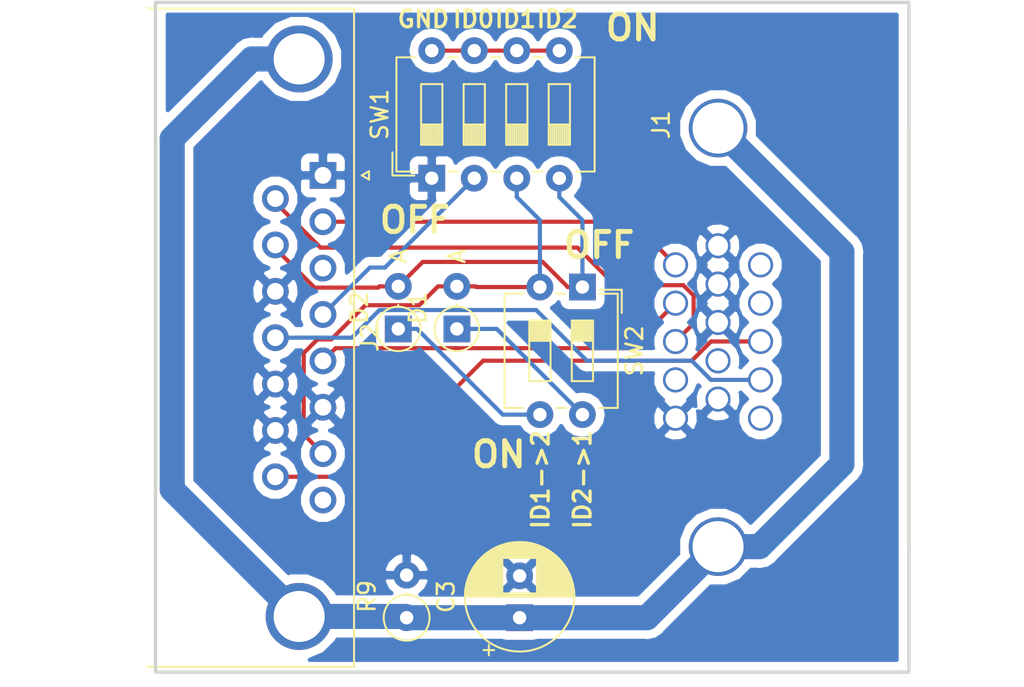
<source format=kicad_pcb>
(kicad_pcb (version 20171130) (host pcbnew 5.0.2+dfsg1-1~bpo9+1)

  (general
    (thickness 1.6)
    (drawings 14)
    (tracks 77)
    (zones 0)
    (modules 8)
    (nets 21)
  )

  (page A4)
  (layers
    (0 F.Cu signal)
    (31 B.Cu signal)
    (32 B.Adhes user)
    (33 F.Adhes user)
    (34 B.Paste user)
    (35 F.Paste user)
    (36 B.SilkS user)
    (37 F.SilkS user)
    (38 B.Mask user)
    (39 F.Mask user)
    (40 Dwgs.User user)
    (41 Cmts.User user)
    (42 Eco1.User user)
    (43 Eco2.User user)
    (44 Edge.Cuts user)
    (45 Margin user)
    (46 B.CrtYd user)
    (47 F.CrtYd user)
    (48 B.Fab user)
    (49 F.Fab user)
  )

  (setup
    (last_trace_width 0.25)
    (trace_clearance 0.2)
    (zone_clearance 0.508)
    (zone_45_only no)
    (trace_min 0.2)
    (segment_width 0.2)
    (edge_width 0.15)
    (via_size 0.8)
    (via_drill 0.4)
    (via_min_size 0.4)
    (via_min_drill 0.3)
    (uvia_size 0.3)
    (uvia_drill 0.1)
    (uvias_allowed no)
    (uvia_min_size 0.2)
    (uvia_min_drill 0.1)
    (pcb_text_width 0.3)
    (pcb_text_size 1.5 1.5)
    (mod_edge_width 0.15)
    (mod_text_size 1 1)
    (mod_text_width 0.15)
    (pad_size 4 4)
    (pad_drill 3.05)
    (pad_to_mask_clearance 0.051)
    (solder_mask_min_width 0.25)
    (aux_axis_origin 0 0)
    (visible_elements FFFFFF7F)
    (pcbplotparams
      (layerselection 0x010fc_ffffffff)
      (usegerberextensions false)
      (usegerberattributes false)
      (usegerberadvancedattributes false)
      (creategerberjobfile false)
      (excludeedgelayer true)
      (linewidth 0.100000)
      (plotframeref false)
      (viasonmask false)
      (mode 1)
      (useauxorigin false)
      (hpglpennumber 1)
      (hpglpenspeed 20)
      (hpglpendiameter 15.000000)
      (psnegative false)
      (psa4output false)
      (plotreference true)
      (plotvalue true)
      (plotinvisibletext false)
      (padsonsilk false)
      (subtractmaskfromsilk false)
      (outputformat 1)
      (mirror false)
      (drillshape 0)
      (scaleselection 1)
      (outputdirectory ""))
  )

  (net 0 "")
  (net 1 "Net-(C3-Pad1)")
  (net 2 GND)
  (net 3 "Net-(J1-Pad15)")
  (net 4 "Net-(J1-Pad12)")
  (net 5 "Net-(J1-Pad11)")
  (net 6 "Net-(J1-Pad9)")
  (net 7 "Net-(J1-Pad4)")
  (net 8 MAC_VS)
  (net 9 MAC_HS)
  (net 10 MAC_B)
  (net 11 MAC_G)
  (net 12 MAC_R)
  (net 13 "Net-(D1-Pad1)")
  (net 14 MAC_ID3)
  (net 15 MAC_ID2)
  (net 16 "Net-(D2-Pad1)")
  (net 17 "Net-(SW1-Pad5)")
  (net 18 MAC_ID1)
  (net 19 MAC_CS)
  (net 20 "Net-(J2-Pad8)")

  (net_class Default "This is the default net class."
    (clearance 0.2)
    (trace_width 0.25)
    (via_dia 0.8)
    (via_drill 0.4)
    (uvia_dia 0.3)
    (uvia_drill 0.1)
    (add_net GND)
    (add_net MAC_B)
    (add_net MAC_CS)
    (add_net MAC_G)
    (add_net MAC_HS)
    (add_net MAC_ID1)
    (add_net MAC_ID2)
    (add_net MAC_ID3)
    (add_net MAC_R)
    (add_net MAC_VS)
    (add_net "Net-(C3-Pad1)")
    (add_net "Net-(D1-Pad1)")
    (add_net "Net-(D2-Pad1)")
    (add_net "Net-(J1-Pad11)")
    (add_net "Net-(J1-Pad12)")
    (add_net "Net-(J1-Pad15)")
    (add_net "Net-(J1-Pad4)")
    (add_net "Net-(J1-Pad9)")
    (add_net "Net-(J2-Pad8)")
    (add_net "Net-(SW1-Pad5)")
  )

  (module Diode_THT:D_DO-35_SOD27_P2.54mm_Vertical_AnodeUp (layer F.Cu) (tedit 5AE50CD5) (tstamp 618747C1)
    (at 114.5 119.5 90)
    (descr "Diode, DO-35_SOD27 series, Axial, Vertical, pin pitch=2.54mm, , length*diameter=4*2mm^2, , http://www.diodes.com/_files/packages/DO-35.pdf")
    (tags "Diode DO-35_SOD27 series Axial Vertical pin pitch 2.54mm  length 4mm diameter 2mm")
    (path /617E8171)
    (fp_text reference D2 (at 1.27 -2.326371 90) (layer F.SilkS)
      (effects (font (size 1 1) (thickness 0.15)))
    )
    (fp_text value DIODE (at 1.27 3.215371 90) (layer F.Fab)
      (effects (font (size 1 1) (thickness 0.15)))
    )
    (fp_text user A (at 4.34 0 90) (layer F.SilkS)
      (effects (font (size 1 1) (thickness 0.15)))
    )
    (fp_text user A (at 4.34 0 90) (layer F.Fab)
      (effects (font (size 1 1) (thickness 0.15)))
    )
    (fp_text user %R (at 1.27 -2.326371 90) (layer F.Fab)
      (effects (font (size 1 1) (thickness 0.15)))
    )
    (fp_line (start 3.59 -1.25) (end -1.25 -1.25) (layer F.CrtYd) (width 0.05))
    (fp_line (start 3.59 1.25) (end 3.59 -1.25) (layer F.CrtYd) (width 0.05))
    (fp_line (start -1.25 1.25) (end 3.59 1.25) (layer F.CrtYd) (width 0.05))
    (fp_line (start -1.25 -1.25) (end -1.25 1.25) (layer F.CrtYd) (width 0.05))
    (fp_line (start 1.326371 0) (end 1.44 0) (layer F.SilkS) (width 0.12))
    (fp_line (start 0 0) (end 2.54 0) (layer F.Fab) (width 0.1))
    (fp_circle (center 0 0) (end 1.326371 0) (layer F.SilkS) (width 0.12))
    (fp_circle (center 0 0) (end 1 0) (layer F.Fab) (width 0.1))
    (pad 2 thru_hole oval (at 2.54 0 90) (size 1.6 1.6) (drill 0.8) (layers *.Cu *.Mask)
      (net 14 MAC_ID3))
    (pad 1 thru_hole rect (at 0 0 90) (size 1.6 1.6) (drill 0.8) (layers *.Cu *.Mask)
      (net 16 "Net-(D2-Pad1)"))
    (model ${KISYS3DMOD}/Diode_THT.3dshapes/D_DO-35_SOD27_P2.54mm_Vertical_AnodeUp.wrl
      (at (xyz 0 0 0))
      (scale (xyz 1 1 1))
      (rotate (xyz 0 0 0))
    )
  )

  (module Diode_THT:D_DO-35_SOD27_P2.54mm_Vertical_AnodeUp (layer F.Cu) (tedit 5AE50CD5) (tstamp 618747B1)
    (at 118 119.5 90)
    (descr "Diode, DO-35_SOD27 series, Axial, Vertical, pin pitch=2.54mm, , length*diameter=4*2mm^2, , http://www.diodes.com/_files/packages/DO-35.pdf")
    (tags "Diode DO-35_SOD27 series Axial Vertical pin pitch 2.54mm  length 4mm diameter 2mm")
    (path /617E80D8)
    (fp_text reference D1 (at 1.27 -2.326371 90) (layer F.SilkS)
      (effects (font (size 1 1) (thickness 0.15)))
    )
    (fp_text value DIODE (at 1.27 3.215371 90) (layer F.Fab)
      (effects (font (size 1 1) (thickness 0.15)))
    )
    (fp_text user A (at 4.34 0 90) (layer F.SilkS)
      (effects (font (size 1 1) (thickness 0.15)))
    )
    (fp_text user A (at 4.34 0 90) (layer F.Fab)
      (effects (font (size 1 1) (thickness 0.15)))
    )
    (fp_text user %R (at 1.27 -2.326371 90) (layer F.Fab)
      (effects (font (size 1 1) (thickness 0.15)))
    )
    (fp_line (start 3.59 -1.25) (end -1.25 -1.25) (layer F.CrtYd) (width 0.05))
    (fp_line (start 3.59 1.25) (end 3.59 -1.25) (layer F.CrtYd) (width 0.05))
    (fp_line (start -1.25 1.25) (end 3.59 1.25) (layer F.CrtYd) (width 0.05))
    (fp_line (start -1.25 -1.25) (end -1.25 1.25) (layer F.CrtYd) (width 0.05))
    (fp_line (start 1.326371 0) (end 1.44 0) (layer F.SilkS) (width 0.12))
    (fp_line (start 0 0) (end 2.54 0) (layer F.Fab) (width 0.1))
    (fp_circle (center 0 0) (end 1.326371 0) (layer F.SilkS) (width 0.12))
    (fp_circle (center 0 0) (end 1 0) (layer F.Fab) (width 0.1))
    (pad 2 thru_hole oval (at 2.54 0 90) (size 1.6 1.6) (drill 0.8) (layers *.Cu *.Mask)
      (net 15 MAC_ID2))
    (pad 1 thru_hole rect (at 0 0 90) (size 1.6 1.6) (drill 0.8) (layers *.Cu *.Mask)
      (net 13 "Net-(D1-Pad1)"))
    (model ${KISYS3DMOD}/Diode_THT.3dshapes/D_DO-35_SOD27_P2.54mm_Vertical_AnodeUp.wrl
      (at (xyz 0 0 0))
      (scale (xyz 1 1 1))
      (rotate (xyz 0 0 0))
    )
  )

  (module Button_Switch_THT:SW_DIP_SPSTx02_Slide_6.7x6.64mm_W7.62mm_P2.54mm_LowProfile (layer F.Cu) (tedit 5A4E1404) (tstamp 61873768)
    (at 125.5 117 270)
    (descr "2x-dip-switch SPST , Slide, row spacing 7.62 mm (300 mils), body size 6.7x6.64mm (see e.g. https://www.ctscorp.com/wp-content/uploads/209-210.pdf), LowProfile")
    (tags "DIP Switch SPST Slide 7.62mm 300mil LowProfile")
    (path /617E7CC0)
    (fp_text reference SW2 (at 3.81 -3.11 270) (layer F.SilkS)
      (effects (font (size 1 1) (thickness 0.15)))
    )
    (fp_text value SW_DIP_x02 (at 3.81 5.65 270) (layer F.Fab)
      (effects (font (size 1 1) (thickness 0.15)))
    )
    (fp_line (start 1.46 -2.05) (end 7.16 -2.05) (layer F.Fab) (width 0.1))
    (fp_line (start 7.16 -2.05) (end 7.16 4.59) (layer F.Fab) (width 0.1))
    (fp_line (start 7.16 4.59) (end 0.46 4.59) (layer F.Fab) (width 0.1))
    (fp_line (start 0.46 4.59) (end 0.46 -1.05) (layer F.Fab) (width 0.1))
    (fp_line (start 0.46 -1.05) (end 1.46 -2.05) (layer F.Fab) (width 0.1))
    (fp_line (start 2 -0.635) (end 2 0.635) (layer F.Fab) (width 0.1))
    (fp_line (start 2 0.635) (end 5.62 0.635) (layer F.Fab) (width 0.1))
    (fp_line (start 5.62 0.635) (end 5.62 -0.635) (layer F.Fab) (width 0.1))
    (fp_line (start 5.62 -0.635) (end 2 -0.635) (layer F.Fab) (width 0.1))
    (fp_line (start 2 -0.535) (end 3.206667 -0.535) (layer F.Fab) (width 0.1))
    (fp_line (start 2 -0.435) (end 3.206667 -0.435) (layer F.Fab) (width 0.1))
    (fp_line (start 2 -0.335) (end 3.206667 -0.335) (layer F.Fab) (width 0.1))
    (fp_line (start 2 -0.235) (end 3.206667 -0.235) (layer F.Fab) (width 0.1))
    (fp_line (start 2 -0.135) (end 3.206667 -0.135) (layer F.Fab) (width 0.1))
    (fp_line (start 2 -0.035) (end 3.206667 -0.035) (layer F.Fab) (width 0.1))
    (fp_line (start 2 0.065) (end 3.206667 0.065) (layer F.Fab) (width 0.1))
    (fp_line (start 2 0.165) (end 3.206667 0.165) (layer F.Fab) (width 0.1))
    (fp_line (start 2 0.265) (end 3.206667 0.265) (layer F.Fab) (width 0.1))
    (fp_line (start 2 0.365) (end 3.206667 0.365) (layer F.Fab) (width 0.1))
    (fp_line (start 2 0.465) (end 3.206667 0.465) (layer F.Fab) (width 0.1))
    (fp_line (start 2 0.565) (end 3.206667 0.565) (layer F.Fab) (width 0.1))
    (fp_line (start 3.206667 -0.635) (end 3.206667 0.635) (layer F.Fab) (width 0.1))
    (fp_line (start 2 1.905) (end 2 3.175) (layer F.Fab) (width 0.1))
    (fp_line (start 2 3.175) (end 5.62 3.175) (layer F.Fab) (width 0.1))
    (fp_line (start 5.62 3.175) (end 5.62 1.905) (layer F.Fab) (width 0.1))
    (fp_line (start 5.62 1.905) (end 2 1.905) (layer F.Fab) (width 0.1))
    (fp_line (start 2 2.005) (end 3.206667 2.005) (layer F.Fab) (width 0.1))
    (fp_line (start 2 2.105) (end 3.206667 2.105) (layer F.Fab) (width 0.1))
    (fp_line (start 2 2.205) (end 3.206667 2.205) (layer F.Fab) (width 0.1))
    (fp_line (start 2 2.305) (end 3.206667 2.305) (layer F.Fab) (width 0.1))
    (fp_line (start 2 2.405) (end 3.206667 2.405) (layer F.Fab) (width 0.1))
    (fp_line (start 2 2.505) (end 3.206667 2.505) (layer F.Fab) (width 0.1))
    (fp_line (start 2 2.605) (end 3.206667 2.605) (layer F.Fab) (width 0.1))
    (fp_line (start 2 2.705) (end 3.206667 2.705) (layer F.Fab) (width 0.1))
    (fp_line (start 2 2.805) (end 3.206667 2.805) (layer F.Fab) (width 0.1))
    (fp_line (start 2 2.905) (end 3.206667 2.905) (layer F.Fab) (width 0.1))
    (fp_line (start 2 3.005) (end 3.206667 3.005) (layer F.Fab) (width 0.1))
    (fp_line (start 2 3.105) (end 3.206667 3.105) (layer F.Fab) (width 0.1))
    (fp_line (start 3.206667 1.905) (end 3.206667 3.175) (layer F.Fab) (width 0.1))
    (fp_line (start 0.4 -2.11) (end 7.221 -2.11) (layer F.SilkS) (width 0.12))
    (fp_line (start 0.4 4.65) (end 7.221 4.65) (layer F.SilkS) (width 0.12))
    (fp_line (start 0.4 -2.11) (end 0.4 -1.04) (layer F.SilkS) (width 0.12))
    (fp_line (start 0.4 1.04) (end 0.4 1.551) (layer F.SilkS) (width 0.12))
    (fp_line (start 0.4 3.53) (end 0.4 4.65) (layer F.SilkS) (width 0.12))
    (fp_line (start 7.221 3.53) (end 7.221 4.65) (layer F.SilkS) (width 0.12))
    (fp_line (start 7.221 -2.11) (end 7.221 -0.99) (layer F.SilkS) (width 0.12))
    (fp_line (start 7.221 0.99) (end 7.221 1.551) (layer F.SilkS) (width 0.12))
    (fp_line (start 0.16 -2.35) (end 1.543 -2.35) (layer F.SilkS) (width 0.12))
    (fp_line (start 0.16 -2.35) (end 0.16 -1.04) (layer F.SilkS) (width 0.12))
    (fp_line (start 2 -0.635) (end 2 0.635) (layer F.SilkS) (width 0.12))
    (fp_line (start 2 0.635) (end 5.62 0.635) (layer F.SilkS) (width 0.12))
    (fp_line (start 5.62 0.635) (end 5.62 -0.635) (layer F.SilkS) (width 0.12))
    (fp_line (start 5.62 -0.635) (end 2 -0.635) (layer F.SilkS) (width 0.12))
    (fp_line (start 2 -0.515) (end 3.206667 -0.515) (layer F.SilkS) (width 0.12))
    (fp_line (start 2 -0.395) (end 3.206667 -0.395) (layer F.SilkS) (width 0.12))
    (fp_line (start 2 -0.275) (end 3.206667 -0.275) (layer F.SilkS) (width 0.12))
    (fp_line (start 2 -0.155) (end 3.206667 -0.155) (layer F.SilkS) (width 0.12))
    (fp_line (start 2 -0.035) (end 3.206667 -0.035) (layer F.SilkS) (width 0.12))
    (fp_line (start 2 0.085) (end 3.206667 0.085) (layer F.SilkS) (width 0.12))
    (fp_line (start 2 0.205) (end 3.206667 0.205) (layer F.SilkS) (width 0.12))
    (fp_line (start 2 0.325) (end 3.206667 0.325) (layer F.SilkS) (width 0.12))
    (fp_line (start 2 0.445) (end 3.206667 0.445) (layer F.SilkS) (width 0.12))
    (fp_line (start 2 0.565) (end 3.206667 0.565) (layer F.SilkS) (width 0.12))
    (fp_line (start 3.206667 -0.635) (end 3.206667 0.635) (layer F.SilkS) (width 0.12))
    (fp_line (start 2 1.905) (end 2 3.175) (layer F.SilkS) (width 0.12))
    (fp_line (start 2 3.175) (end 5.62 3.175) (layer F.SilkS) (width 0.12))
    (fp_line (start 5.62 3.175) (end 5.62 1.905) (layer F.SilkS) (width 0.12))
    (fp_line (start 5.62 1.905) (end 2 1.905) (layer F.SilkS) (width 0.12))
    (fp_line (start 2 2.025) (end 3.206667 2.025) (layer F.SilkS) (width 0.12))
    (fp_line (start 2 2.145) (end 3.206667 2.145) (layer F.SilkS) (width 0.12))
    (fp_line (start 2 2.265) (end 3.206667 2.265) (layer F.SilkS) (width 0.12))
    (fp_line (start 2 2.385) (end 3.206667 2.385) (layer F.SilkS) (width 0.12))
    (fp_line (start 2 2.505) (end 3.206667 2.505) (layer F.SilkS) (width 0.12))
    (fp_line (start 2 2.625) (end 3.206667 2.625) (layer F.SilkS) (width 0.12))
    (fp_line (start 2 2.745) (end 3.206667 2.745) (layer F.SilkS) (width 0.12))
    (fp_line (start 2 2.865) (end 3.206667 2.865) (layer F.SilkS) (width 0.12))
    (fp_line (start 2 2.985) (end 3.206667 2.985) (layer F.SilkS) (width 0.12))
    (fp_line (start 2 3.105) (end 3.206667 3.105) (layer F.SilkS) (width 0.12))
    (fp_line (start 3.206667 1.905) (end 3.206667 3.175) (layer F.SilkS) (width 0.12))
    (fp_line (start -1.1 -2.4) (end -1.1 4.9) (layer F.CrtYd) (width 0.05))
    (fp_line (start -1.1 4.9) (end 8.7 4.9) (layer F.CrtYd) (width 0.05))
    (fp_line (start 8.7 4.9) (end 8.7 -2.4) (layer F.CrtYd) (width 0.05))
    (fp_line (start 8.7 -2.4) (end -1.1 -2.4) (layer F.CrtYd) (width 0.05))
    (fp_text user %R (at 6.39 1.27) (layer F.Fab)
      (effects (font (size 0.8 0.8) (thickness 0.12)))
    )
    (fp_text user on (at 4.485 -1.3425 270) (layer F.Fab)
      (effects (font (size 0.8 0.8) (thickness 0.12)))
    )
    (pad 1 thru_hole rect (at 0 0 270) (size 1.6 1.6) (drill 0.8) (layers *.Cu *.Mask)
      (net 14 MAC_ID3))
    (pad 3 thru_hole oval (at 7.62 2.54 270) (size 1.6 1.6) (drill 0.8) (layers *.Cu *.Mask)
      (net 16 "Net-(D2-Pad1)"))
    (pad 2 thru_hole oval (at 0 2.54 270) (size 1.6 1.6) (drill 0.8) (layers *.Cu *.Mask)
      (net 15 MAC_ID2))
    (pad 4 thru_hole oval (at 7.62 0 270) (size 1.6 1.6) (drill 0.8) (layers *.Cu *.Mask)
      (net 13 "Net-(D1-Pad1)"))
    (model ${KISYS3DMOD}/Button_Switch_THT.3dshapes/SW_DIP_SPSTx02_Slide_6.7x6.64mm_W7.62mm_P2.54mm_LowProfile.wrl
      (at (xyz 0 0 0))
      (scale (xyz 1 1 1))
      (rotate (xyz 0 0 90))
    )
  )

  (module Button_Switch_THT:SW_DIP_SPSTx04_Slide_6.7x11.72mm_W7.62mm_P2.54mm_LowProfile (layer F.Cu) (tedit 5A4E1404) (tstamp 618736C4)
    (at 116.5 110.5 90)
    (descr "4x-dip-switch SPST , Slide, row spacing 7.62 mm (300 mils), body size 6.7x11.72mm (see e.g. https://www.ctscorp.com/wp-content/uploads/209-210.pdf), LowProfile")
    (tags "DIP Switch SPST Slide 7.62mm 300mil LowProfile")
    (path /617E704C)
    (fp_text reference SW1 (at 3.81 -3.11 90) (layer F.SilkS)
      (effects (font (size 1 1) (thickness 0.15)))
    )
    (fp_text value SW_DIP_x04 (at 3.81 10.73 90) (layer F.Fab)
      (effects (font (size 1 1) (thickness 0.15)))
    )
    (fp_line (start 1.46 -2.05) (end 7.16 -2.05) (layer F.Fab) (width 0.1))
    (fp_line (start 7.16 -2.05) (end 7.16 9.67) (layer F.Fab) (width 0.1))
    (fp_line (start 7.16 9.67) (end 0.46 9.67) (layer F.Fab) (width 0.1))
    (fp_line (start 0.46 9.67) (end 0.46 -1.05) (layer F.Fab) (width 0.1))
    (fp_line (start 0.46 -1.05) (end 1.46 -2.05) (layer F.Fab) (width 0.1))
    (fp_line (start 2 -0.635) (end 2 0.635) (layer F.Fab) (width 0.1))
    (fp_line (start 2 0.635) (end 5.62 0.635) (layer F.Fab) (width 0.1))
    (fp_line (start 5.62 0.635) (end 5.62 -0.635) (layer F.Fab) (width 0.1))
    (fp_line (start 5.62 -0.635) (end 2 -0.635) (layer F.Fab) (width 0.1))
    (fp_line (start 2 -0.535) (end 3.206667 -0.535) (layer F.Fab) (width 0.1))
    (fp_line (start 2 -0.435) (end 3.206667 -0.435) (layer F.Fab) (width 0.1))
    (fp_line (start 2 -0.335) (end 3.206667 -0.335) (layer F.Fab) (width 0.1))
    (fp_line (start 2 -0.235) (end 3.206667 -0.235) (layer F.Fab) (width 0.1))
    (fp_line (start 2 -0.135) (end 3.206667 -0.135) (layer F.Fab) (width 0.1))
    (fp_line (start 2 -0.035) (end 3.206667 -0.035) (layer F.Fab) (width 0.1))
    (fp_line (start 2 0.065) (end 3.206667 0.065) (layer F.Fab) (width 0.1))
    (fp_line (start 2 0.165) (end 3.206667 0.165) (layer F.Fab) (width 0.1))
    (fp_line (start 2 0.265) (end 3.206667 0.265) (layer F.Fab) (width 0.1))
    (fp_line (start 2 0.365) (end 3.206667 0.365) (layer F.Fab) (width 0.1))
    (fp_line (start 2 0.465) (end 3.206667 0.465) (layer F.Fab) (width 0.1))
    (fp_line (start 2 0.565) (end 3.206667 0.565) (layer F.Fab) (width 0.1))
    (fp_line (start 3.206667 -0.635) (end 3.206667 0.635) (layer F.Fab) (width 0.1))
    (fp_line (start 2 1.905) (end 2 3.175) (layer F.Fab) (width 0.1))
    (fp_line (start 2 3.175) (end 5.62 3.175) (layer F.Fab) (width 0.1))
    (fp_line (start 5.62 3.175) (end 5.62 1.905) (layer F.Fab) (width 0.1))
    (fp_line (start 5.62 1.905) (end 2 1.905) (layer F.Fab) (width 0.1))
    (fp_line (start 2 2.005) (end 3.206667 2.005) (layer F.Fab) (width 0.1))
    (fp_line (start 2 2.105) (end 3.206667 2.105) (layer F.Fab) (width 0.1))
    (fp_line (start 2 2.205) (end 3.206667 2.205) (layer F.Fab) (width 0.1))
    (fp_line (start 2 2.305) (end 3.206667 2.305) (layer F.Fab) (width 0.1))
    (fp_line (start 2 2.405) (end 3.206667 2.405) (layer F.Fab) (width 0.1))
    (fp_line (start 2 2.505) (end 3.206667 2.505) (layer F.Fab) (width 0.1))
    (fp_line (start 2 2.605) (end 3.206667 2.605) (layer F.Fab) (width 0.1))
    (fp_line (start 2 2.705) (end 3.206667 2.705) (layer F.Fab) (width 0.1))
    (fp_line (start 2 2.805) (end 3.206667 2.805) (layer F.Fab) (width 0.1))
    (fp_line (start 2 2.905) (end 3.206667 2.905) (layer F.Fab) (width 0.1))
    (fp_line (start 2 3.005) (end 3.206667 3.005) (layer F.Fab) (width 0.1))
    (fp_line (start 2 3.105) (end 3.206667 3.105) (layer F.Fab) (width 0.1))
    (fp_line (start 3.206667 1.905) (end 3.206667 3.175) (layer F.Fab) (width 0.1))
    (fp_line (start 2 4.445) (end 2 5.715) (layer F.Fab) (width 0.1))
    (fp_line (start 2 5.715) (end 5.62 5.715) (layer F.Fab) (width 0.1))
    (fp_line (start 5.62 5.715) (end 5.62 4.445) (layer F.Fab) (width 0.1))
    (fp_line (start 5.62 4.445) (end 2 4.445) (layer F.Fab) (width 0.1))
    (fp_line (start 2 4.545) (end 3.206667 4.545) (layer F.Fab) (width 0.1))
    (fp_line (start 2 4.645) (end 3.206667 4.645) (layer F.Fab) (width 0.1))
    (fp_line (start 2 4.745) (end 3.206667 4.745) (layer F.Fab) (width 0.1))
    (fp_line (start 2 4.845) (end 3.206667 4.845) (layer F.Fab) (width 0.1))
    (fp_line (start 2 4.945) (end 3.206667 4.945) (layer F.Fab) (width 0.1))
    (fp_line (start 2 5.045) (end 3.206667 5.045) (layer F.Fab) (width 0.1))
    (fp_line (start 2 5.145) (end 3.206667 5.145) (layer F.Fab) (width 0.1))
    (fp_line (start 2 5.245) (end 3.206667 5.245) (layer F.Fab) (width 0.1))
    (fp_line (start 2 5.345) (end 3.206667 5.345) (layer F.Fab) (width 0.1))
    (fp_line (start 2 5.445) (end 3.206667 5.445) (layer F.Fab) (width 0.1))
    (fp_line (start 2 5.545) (end 3.206667 5.545) (layer F.Fab) (width 0.1))
    (fp_line (start 2 5.645) (end 3.206667 5.645) (layer F.Fab) (width 0.1))
    (fp_line (start 3.206667 4.445) (end 3.206667 5.715) (layer F.Fab) (width 0.1))
    (fp_line (start 2 6.985) (end 2 8.255) (layer F.Fab) (width 0.1))
    (fp_line (start 2 8.255) (end 5.62 8.255) (layer F.Fab) (width 0.1))
    (fp_line (start 5.62 8.255) (end 5.62 6.985) (layer F.Fab) (width 0.1))
    (fp_line (start 5.62 6.985) (end 2 6.985) (layer F.Fab) (width 0.1))
    (fp_line (start 2 7.085) (end 3.206667 7.085) (layer F.Fab) (width 0.1))
    (fp_line (start 2 7.185) (end 3.206667 7.185) (layer F.Fab) (width 0.1))
    (fp_line (start 2 7.285) (end 3.206667 7.285) (layer F.Fab) (width 0.1))
    (fp_line (start 2 7.385) (end 3.206667 7.385) (layer F.Fab) (width 0.1))
    (fp_line (start 2 7.485) (end 3.206667 7.485) (layer F.Fab) (width 0.1))
    (fp_line (start 2 7.585) (end 3.206667 7.585) (layer F.Fab) (width 0.1))
    (fp_line (start 2 7.685) (end 3.206667 7.685) (layer F.Fab) (width 0.1))
    (fp_line (start 2 7.785) (end 3.206667 7.785) (layer F.Fab) (width 0.1))
    (fp_line (start 2 7.885) (end 3.206667 7.885) (layer F.Fab) (width 0.1))
    (fp_line (start 2 7.985) (end 3.206667 7.985) (layer F.Fab) (width 0.1))
    (fp_line (start 2 8.085) (end 3.206667 8.085) (layer F.Fab) (width 0.1))
    (fp_line (start 2 8.185) (end 3.206667 8.185) (layer F.Fab) (width 0.1))
    (fp_line (start 3.206667 6.985) (end 3.206667 8.255) (layer F.Fab) (width 0.1))
    (fp_line (start 0.4 -2.11) (end 7.221 -2.11) (layer F.SilkS) (width 0.12))
    (fp_line (start 0.4 9.73) (end 7.221 9.73) (layer F.SilkS) (width 0.12))
    (fp_line (start 0.4 -2.11) (end 0.4 -1.04) (layer F.SilkS) (width 0.12))
    (fp_line (start 0.4 1.04) (end 0.4 1.551) (layer F.SilkS) (width 0.12))
    (fp_line (start 0.4 3.53) (end 0.4 4.091) (layer F.SilkS) (width 0.12))
    (fp_line (start 0.4 6.07) (end 0.4 6.631) (layer F.SilkS) (width 0.12))
    (fp_line (start 0.4 8.61) (end 0.4 9.73) (layer F.SilkS) (width 0.12))
    (fp_line (start 7.221 8.61) (end 7.221 9.73) (layer F.SilkS) (width 0.12))
    (fp_line (start 7.221 6.07) (end 7.221 6.631) (layer F.SilkS) (width 0.12))
    (fp_line (start 7.221 3.53) (end 7.221 4.091) (layer F.SilkS) (width 0.12))
    (fp_line (start 7.221 -2.11) (end 7.221 -0.99) (layer F.SilkS) (width 0.12))
    (fp_line (start 7.221 0.99) (end 7.221 1.551) (layer F.SilkS) (width 0.12))
    (fp_line (start 0.16 -2.35) (end 1.543 -2.35) (layer F.SilkS) (width 0.12))
    (fp_line (start 0.16 -2.35) (end 0.16 -1.04) (layer F.SilkS) (width 0.12))
    (fp_line (start 2 -0.635) (end 2 0.635) (layer F.SilkS) (width 0.12))
    (fp_line (start 2 0.635) (end 5.62 0.635) (layer F.SilkS) (width 0.12))
    (fp_line (start 5.62 0.635) (end 5.62 -0.635) (layer F.SilkS) (width 0.12))
    (fp_line (start 5.62 -0.635) (end 2 -0.635) (layer F.SilkS) (width 0.12))
    (fp_line (start 2 -0.515) (end 3.206667 -0.515) (layer F.SilkS) (width 0.12))
    (fp_line (start 2 -0.395) (end 3.206667 -0.395) (layer F.SilkS) (width 0.12))
    (fp_line (start 2 -0.275) (end 3.206667 -0.275) (layer F.SilkS) (width 0.12))
    (fp_line (start 2 -0.155) (end 3.206667 -0.155) (layer F.SilkS) (width 0.12))
    (fp_line (start 2 -0.035) (end 3.206667 -0.035) (layer F.SilkS) (width 0.12))
    (fp_line (start 2 0.085) (end 3.206667 0.085) (layer F.SilkS) (width 0.12))
    (fp_line (start 2 0.205) (end 3.206667 0.205) (layer F.SilkS) (width 0.12))
    (fp_line (start 2 0.325) (end 3.206667 0.325) (layer F.SilkS) (width 0.12))
    (fp_line (start 2 0.445) (end 3.206667 0.445) (layer F.SilkS) (width 0.12))
    (fp_line (start 2 0.565) (end 3.206667 0.565) (layer F.SilkS) (width 0.12))
    (fp_line (start 3.206667 -0.635) (end 3.206667 0.635) (layer F.SilkS) (width 0.12))
    (fp_line (start 2 1.905) (end 2 3.175) (layer F.SilkS) (width 0.12))
    (fp_line (start 2 3.175) (end 5.62 3.175) (layer F.SilkS) (width 0.12))
    (fp_line (start 5.62 3.175) (end 5.62 1.905) (layer F.SilkS) (width 0.12))
    (fp_line (start 5.62 1.905) (end 2 1.905) (layer F.SilkS) (width 0.12))
    (fp_line (start 2 2.025) (end 3.206667 2.025) (layer F.SilkS) (width 0.12))
    (fp_line (start 2 2.145) (end 3.206667 2.145) (layer F.SilkS) (width 0.12))
    (fp_line (start 2 2.265) (end 3.206667 2.265) (layer F.SilkS) (width 0.12))
    (fp_line (start 2 2.385) (end 3.206667 2.385) (layer F.SilkS) (width 0.12))
    (fp_line (start 2 2.505) (end 3.206667 2.505) (layer F.SilkS) (width 0.12))
    (fp_line (start 2 2.625) (end 3.206667 2.625) (layer F.SilkS) (width 0.12))
    (fp_line (start 2 2.745) (end 3.206667 2.745) (layer F.SilkS) (width 0.12))
    (fp_line (start 2 2.865) (end 3.206667 2.865) (layer F.SilkS) (width 0.12))
    (fp_line (start 2 2.985) (end 3.206667 2.985) (layer F.SilkS) (width 0.12))
    (fp_line (start 2 3.105) (end 3.206667 3.105) (layer F.SilkS) (width 0.12))
    (fp_line (start 3.206667 1.905) (end 3.206667 3.175) (layer F.SilkS) (width 0.12))
    (fp_line (start 2 4.445) (end 2 5.715) (layer F.SilkS) (width 0.12))
    (fp_line (start 2 5.715) (end 5.62 5.715) (layer F.SilkS) (width 0.12))
    (fp_line (start 5.62 5.715) (end 5.62 4.445) (layer F.SilkS) (width 0.12))
    (fp_line (start 5.62 4.445) (end 2 4.445) (layer F.SilkS) (width 0.12))
    (fp_line (start 2 4.565) (end 3.206667 4.565) (layer F.SilkS) (width 0.12))
    (fp_line (start 2 4.685) (end 3.206667 4.685) (layer F.SilkS) (width 0.12))
    (fp_line (start 2 4.805) (end 3.206667 4.805) (layer F.SilkS) (width 0.12))
    (fp_line (start 2 4.925) (end 3.206667 4.925) (layer F.SilkS) (width 0.12))
    (fp_line (start 2 5.045) (end 3.206667 5.045) (layer F.SilkS) (width 0.12))
    (fp_line (start 2 5.165) (end 3.206667 5.165) (layer F.SilkS) (width 0.12))
    (fp_line (start 2 5.285) (end 3.206667 5.285) (layer F.SilkS) (width 0.12))
    (fp_line (start 2 5.405) (end 3.206667 5.405) (layer F.SilkS) (width 0.12))
    (fp_line (start 2 5.525) (end 3.206667 5.525) (layer F.SilkS) (width 0.12))
    (fp_line (start 2 5.645) (end 3.206667 5.645) (layer F.SilkS) (width 0.12))
    (fp_line (start 3.206667 4.445) (end 3.206667 5.715) (layer F.SilkS) (width 0.12))
    (fp_line (start 2 6.985) (end 2 8.255) (layer F.SilkS) (width 0.12))
    (fp_line (start 2 8.255) (end 5.62 8.255) (layer F.SilkS) (width 0.12))
    (fp_line (start 5.62 8.255) (end 5.62 6.985) (layer F.SilkS) (width 0.12))
    (fp_line (start 5.62 6.985) (end 2 6.985) (layer F.SilkS) (width 0.12))
    (fp_line (start 2 7.105) (end 3.206667 7.105) (layer F.SilkS) (width 0.12))
    (fp_line (start 2 7.225) (end 3.206667 7.225) (layer F.SilkS) (width 0.12))
    (fp_line (start 2 7.345) (end 3.206667 7.345) (layer F.SilkS) (width 0.12))
    (fp_line (start 2 7.465) (end 3.206667 7.465) (layer F.SilkS) (width 0.12))
    (fp_line (start 2 7.585) (end 3.206667 7.585) (layer F.SilkS) (width 0.12))
    (fp_line (start 2 7.705) (end 3.206667 7.705) (layer F.SilkS) (width 0.12))
    (fp_line (start 2 7.825) (end 3.206667 7.825) (layer F.SilkS) (width 0.12))
    (fp_line (start 2 7.945) (end 3.206667 7.945) (layer F.SilkS) (width 0.12))
    (fp_line (start 2 8.065) (end 3.206667 8.065) (layer F.SilkS) (width 0.12))
    (fp_line (start 2 8.185) (end 3.206667 8.185) (layer F.SilkS) (width 0.12))
    (fp_line (start 3.206667 6.985) (end 3.206667 8.255) (layer F.SilkS) (width 0.12))
    (fp_line (start -1.1 -2.4) (end -1.1 10) (layer F.CrtYd) (width 0.05))
    (fp_line (start -1.1 10) (end 8.7 10) (layer F.CrtYd) (width 0.05))
    (fp_line (start 8.7 10) (end 8.7 -2.4) (layer F.CrtYd) (width 0.05))
    (fp_line (start 8.7 -2.4) (end -1.1 -2.4) (layer F.CrtYd) (width 0.05))
    (fp_text user %R (at 6.39 3.81 180) (layer F.Fab)
      (effects (font (size 0.8 0.8) (thickness 0.12)))
    )
    (fp_text user on (at 4.485 -1.3425 90) (layer F.Fab)
      (effects (font (size 0.8 0.8) (thickness 0.12)))
    )
    (pad 1 thru_hole rect (at 0 0 90) (size 1.6 1.6) (drill 0.8) (layers *.Cu *.Mask)
      (net 2 GND))
    (pad 5 thru_hole oval (at 7.62 7.62 90) (size 1.6 1.6) (drill 0.8) (layers *.Cu *.Mask)
      (net 17 "Net-(SW1-Pad5)"))
    (pad 2 thru_hole oval (at 0 2.54 90) (size 1.6 1.6) (drill 0.8) (layers *.Cu *.Mask)
      (net 18 MAC_ID1))
    (pad 6 thru_hole oval (at 7.62 5.08 90) (size 1.6 1.6) (drill 0.8) (layers *.Cu *.Mask)
      (net 17 "Net-(SW1-Pad5)"))
    (pad 3 thru_hole oval (at 0 5.08 90) (size 1.6 1.6) (drill 0.8) (layers *.Cu *.Mask)
      (net 15 MAC_ID2))
    (pad 7 thru_hole oval (at 7.62 2.54 90) (size 1.6 1.6) (drill 0.8) (layers *.Cu *.Mask)
      (net 17 "Net-(SW1-Pad5)"))
    (pad 4 thru_hole oval (at 0 7.62 90) (size 1.6 1.6) (drill 0.8) (layers *.Cu *.Mask)
      (net 14 MAC_ID3))
    (pad 8 thru_hole oval (at 7.62 0 90) (size 1.6 1.6) (drill 0.8) (layers *.Cu *.Mask)
      (net 17 "Net-(SW1-Pad5)"))
    (model ${KISYS3DMOD}/Button_Switch_THT.3dshapes/SW_DIP_SPSTx04_Slide_6.7x11.72mm_W7.62mm_P2.54mm_LowProfile.wrl
      (at (xyz 0 0 0))
      (scale (xyz 1 1 1))
      (rotate (xyz 0 0 90))
    )
  )

  (module Connector_Dsub:DSUB-15_Male_Horizontal_P2.77x2.84mm_EdgePinOffset7.70mm_Housed_MountingHolesOffset9.12mm locked (layer F.Cu) (tedit 617E6BC4) (tstamp 6186C968)
    (at 110 110.33 270)
    (descr "15-pin D-Sub connector, horizontal/angled (90 deg), THT-mount, male, pitch 2.77x2.84mm, pin-PCB-offset 7.699999999999999mm, distance of mounting holes 33.3mm, distance of mounting holes to PCB edge 9.12mm, see https://disti-assets.s3.amazonaws.com/tonar/files/datasheets/16730.pdf")
    (tags "15-pin D-Sub connector horizontal angled 90deg THT male pitch 2.77x2.84mm pin-PCB-offset 7.699999999999999mm mounting-holes-distance 33.3mm mounting-hole-offset 33.3mm")
    (path /617E6779)
    (fp_text reference J2 (at 9.695 -2.8 270) (layer F.SilkS)
      (effects (font (size 1 1) (thickness 0.15)))
    )
    (fp_text value DB15_Male (at 9.695 18.44 270) (layer F.Fab)
      (effects (font (size 1 1) (thickness 0.15)))
    )
    (fp_arc (start -6.955 1.42) (end -8.555 1.42) (angle 180) (layer F.Fab) (width 0.1))
    (fp_arc (start 26.345 1.42) (end 24.745 1.42) (angle 180) (layer F.Fab) (width 0.1))
    (fp_line (start -9.905 -1.8) (end -9.905 10.54) (layer F.Fab) (width 0.1))
    (fp_line (start -9.905 10.54) (end 29.295 10.54) (layer F.Fab) (width 0.1))
    (fp_line (start 29.295 10.54) (end 29.295 -1.8) (layer F.Fab) (width 0.1))
    (fp_line (start 29.295 -1.8) (end -9.905 -1.8) (layer F.Fab) (width 0.1))
    (fp_line (start -9.905 10.54) (end -9.905 10.94) (layer F.Fab) (width 0.1))
    (fp_line (start -9.905 10.94) (end 29.295 10.94) (layer F.Fab) (width 0.1))
    (fp_line (start 29.295 10.94) (end 29.295 10.54) (layer F.Fab) (width 0.1))
    (fp_line (start 29.295 10.54) (end -9.905 10.54) (layer F.Fab) (width 0.1))
    (fp_line (start -2.605 10.94) (end -2.605 16.94) (layer F.Fab) (width 0.1))
    (fp_line (start -2.605 16.94) (end 21.995 16.94) (layer F.Fab) (width 0.1))
    (fp_line (start 21.995 16.94) (end 21.995 10.94) (layer F.Fab) (width 0.1))
    (fp_line (start 21.995 10.94) (end -2.605 10.94) (layer F.Fab) (width 0.1))
    (fp_line (start -9.455 10.94) (end -9.455 15.94) (layer F.Fab) (width 0.1))
    (fp_line (start -9.455 15.94) (end -4.455 15.94) (layer F.Fab) (width 0.1))
    (fp_line (start -4.455 15.94) (end -4.455 10.94) (layer F.Fab) (width 0.1))
    (fp_line (start -4.455 10.94) (end -9.455 10.94) (layer F.Fab) (width 0.1))
    (fp_line (start 23.845 10.94) (end 23.845 15.94) (layer F.Fab) (width 0.1))
    (fp_line (start 23.845 15.94) (end 28.845 15.94) (layer F.Fab) (width 0.1))
    (fp_line (start 28.845 15.94) (end 28.845 10.94) (layer F.Fab) (width 0.1))
    (fp_line (start 28.845 10.94) (end 23.845 10.94) (layer F.Fab) (width 0.1))
    (fp_line (start -8.555 10.54) (end -8.555 1.42) (layer F.Fab) (width 0.1))
    (fp_line (start -5.355 10.54) (end -5.355 1.42) (layer F.Fab) (width 0.1))
    (fp_line (start 24.745 10.54) (end 24.745 1.42) (layer F.Fab) (width 0.1))
    (fp_line (start 27.945 10.54) (end 27.945 1.42) (layer F.Fab) (width 0.1))
    (fp_line (start -9.965 10.48) (end -9.965 -1.86) (layer F.SilkS) (width 0.12))
    (fp_line (start -9.965 -1.86) (end 29.355 -1.86) (layer F.SilkS) (width 0.12))
    (fp_line (start 29.355 -1.86) (end 29.355 10.48) (layer F.SilkS) (width 0.12))
    (fp_line (start -0.25 -2.754338) (end 0.25 -2.754338) (layer F.SilkS) (width 0.12))
    (fp_line (start 0.25 -2.754338) (end 0 -2.321325) (layer F.SilkS) (width 0.12))
    (fp_line (start 0 -2.321325) (end -0.25 -2.754338) (layer F.SilkS) (width 0.12))
    (fp_line (start -10.45 -2.35) (end -10.45 17.45) (layer F.CrtYd) (width 0.05))
    (fp_line (start -10.45 17.45) (end 29.8 17.45) (layer F.CrtYd) (width 0.05))
    (fp_line (start 29.8 17.45) (end 29.8 -2.35) (layer F.CrtYd) (width 0.05))
    (fp_line (start 29.8 -2.35) (end -10.45 -2.35) (layer F.CrtYd) (width 0.05))
    (fp_text user %R (at 9.695 13.94 270) (layer F.Fab)
      (effects (font (size 1 1) (thickness 0.15)))
    )
    (pad 1 thru_hole rect (at 0 0 270) (size 1.6 1.6) (drill 1) (layers *.Cu *.Mask)
      (net 2 GND))
    (pad 2 thru_hole circle (at 2.77 0 270) (size 1.6 1.6) (drill 1) (layers *.Cu *.Mask)
      (net 12 MAC_R))
    (pad 3 thru_hole circle (at 5.54 0 270) (size 1.6 1.6) (drill 1) (layers *.Cu *.Mask)
      (net 19 MAC_CS))
    (pad 4 thru_hole circle (at 8.31 0 270) (size 1.6 1.6) (drill 1) (layers *.Cu *.Mask)
      (net 18 MAC_ID1))
    (pad 5 thru_hole circle (at 11.08 0 270) (size 1.6 1.6) (drill 1) (layers *.Cu *.Mask)
      (net 11 MAC_G))
    (pad 6 thru_hole circle (at 13.85 0 270) (size 1.6 1.6) (drill 1) (layers *.Cu *.Mask)
      (net 2 GND))
    (pad 7 thru_hole circle (at 16.62 0 270) (size 1.6 1.6) (drill 1) (layers *.Cu *.Mask)
      (net 15 MAC_ID2))
    (pad 8 thru_hole circle (at 19.39 0 270) (size 1.6 1.6) (drill 1) (layers *.Cu *.Mask)
      (net 20 "Net-(J2-Pad8)"))
    (pad 9 thru_hole circle (at 1.385 2.84 270) (size 1.6 1.6) (drill 1) (layers *.Cu *.Mask)
      (net 10 MAC_B))
    (pad 10 thru_hole circle (at 4.155 2.84 270) (size 1.6 1.6) (drill 1) (layers *.Cu *.Mask)
      (net 14 MAC_ID3))
    (pad 11 thru_hole circle (at 6.925 2.84 270) (size 1.6 1.6) (drill 1) (layers *.Cu *.Mask)
      (net 2 GND))
    (pad 12 thru_hole circle (at 9.695 2.84 270) (size 1.6 1.6) (drill 1) (layers *.Cu *.Mask)
      (net 8 MAC_VS))
    (pad 13 thru_hole circle (at 12.465 2.84 270) (size 1.6 1.6) (drill 1) (layers *.Cu *.Mask)
      (net 2 GND))
    (pad 14 thru_hole circle (at 15.235 2.84 270) (size 1.6 1.6) (drill 1) (layers *.Cu *.Mask)
      (net 2 GND))
    (pad 15 thru_hole circle (at 18.005 2.84 270) (size 1.6 1.6) (drill 1) (layers *.Cu *.Mask)
      (net 9 MAC_HS))
    (pad 0 thru_hole circle (at -6.955 1.42 270) (size 4 4) (drill 3.05) (layers *.Cu *.Mask)
      (net 1 "Net-(C3-Pad1)"))
    (pad 0 thru_hole circle (at 26.345 1.42 270) (size 4 4) (drill 3.05) (layers *.Cu *.Mask)
      (net 1 "Net-(C3-Pad1)"))
    (model ${KISYS3DMOD}/Connector_Dsub.3dshapes/DSUB-15_Male_Horizontal_P2.77x2.84mm_EdgePinOffset7.70mm_Housed_MountingHolesOffset9.12mm.wrl
      (at (xyz 0 0 0))
      (scale (xyz 1 1 1))
      (rotate (xyz 0 0 0))
    )
  )

  (module Capacitor_THT:CP_Radial_D6.3mm_P2.50mm (layer F.Cu) (tedit 5AE50EF0) (tstamp 617E6D1C)
    (at 121.75 136.75 90)
    (descr "CP, Radial series, Radial, pin pitch=2.50mm, , diameter=6.3mm, Electrolytic Capacitor")
    (tags "CP Radial series Radial pin pitch 2.50mm  diameter 6.3mm Electrolytic Capacitor")
    (path /613DBE4A)
    (fp_text reference C3 (at 1.25 -4.4 90) (layer F.SilkS)
      (effects (font (size 1 1) (thickness 0.15)))
    )
    (fp_text value "1nF (250V)" (at 1.25 4.4 90) (layer F.Fab)
      (effects (font (size 1 1) (thickness 0.15)))
    )
    (fp_circle (center 1.25 0) (end 4.4 0) (layer F.Fab) (width 0.1))
    (fp_circle (center 1.25 0) (end 4.52 0) (layer F.SilkS) (width 0.12))
    (fp_circle (center 1.25 0) (end 4.65 0) (layer F.CrtYd) (width 0.05))
    (fp_line (start -1.443972 -1.3735) (end -0.813972 -1.3735) (layer F.Fab) (width 0.1))
    (fp_line (start -1.128972 -1.6885) (end -1.128972 -1.0585) (layer F.Fab) (width 0.1))
    (fp_line (start 1.25 -3.23) (end 1.25 3.23) (layer F.SilkS) (width 0.12))
    (fp_line (start 1.29 -3.23) (end 1.29 3.23) (layer F.SilkS) (width 0.12))
    (fp_line (start 1.33 -3.23) (end 1.33 3.23) (layer F.SilkS) (width 0.12))
    (fp_line (start 1.37 -3.228) (end 1.37 3.228) (layer F.SilkS) (width 0.12))
    (fp_line (start 1.41 -3.227) (end 1.41 3.227) (layer F.SilkS) (width 0.12))
    (fp_line (start 1.45 -3.224) (end 1.45 3.224) (layer F.SilkS) (width 0.12))
    (fp_line (start 1.49 -3.222) (end 1.49 -1.04) (layer F.SilkS) (width 0.12))
    (fp_line (start 1.49 1.04) (end 1.49 3.222) (layer F.SilkS) (width 0.12))
    (fp_line (start 1.53 -3.218) (end 1.53 -1.04) (layer F.SilkS) (width 0.12))
    (fp_line (start 1.53 1.04) (end 1.53 3.218) (layer F.SilkS) (width 0.12))
    (fp_line (start 1.57 -3.215) (end 1.57 -1.04) (layer F.SilkS) (width 0.12))
    (fp_line (start 1.57 1.04) (end 1.57 3.215) (layer F.SilkS) (width 0.12))
    (fp_line (start 1.61 -3.211) (end 1.61 -1.04) (layer F.SilkS) (width 0.12))
    (fp_line (start 1.61 1.04) (end 1.61 3.211) (layer F.SilkS) (width 0.12))
    (fp_line (start 1.65 -3.206) (end 1.65 -1.04) (layer F.SilkS) (width 0.12))
    (fp_line (start 1.65 1.04) (end 1.65 3.206) (layer F.SilkS) (width 0.12))
    (fp_line (start 1.69 -3.201) (end 1.69 -1.04) (layer F.SilkS) (width 0.12))
    (fp_line (start 1.69 1.04) (end 1.69 3.201) (layer F.SilkS) (width 0.12))
    (fp_line (start 1.73 -3.195) (end 1.73 -1.04) (layer F.SilkS) (width 0.12))
    (fp_line (start 1.73 1.04) (end 1.73 3.195) (layer F.SilkS) (width 0.12))
    (fp_line (start 1.77 -3.189) (end 1.77 -1.04) (layer F.SilkS) (width 0.12))
    (fp_line (start 1.77 1.04) (end 1.77 3.189) (layer F.SilkS) (width 0.12))
    (fp_line (start 1.81 -3.182) (end 1.81 -1.04) (layer F.SilkS) (width 0.12))
    (fp_line (start 1.81 1.04) (end 1.81 3.182) (layer F.SilkS) (width 0.12))
    (fp_line (start 1.85 -3.175) (end 1.85 -1.04) (layer F.SilkS) (width 0.12))
    (fp_line (start 1.85 1.04) (end 1.85 3.175) (layer F.SilkS) (width 0.12))
    (fp_line (start 1.89 -3.167) (end 1.89 -1.04) (layer F.SilkS) (width 0.12))
    (fp_line (start 1.89 1.04) (end 1.89 3.167) (layer F.SilkS) (width 0.12))
    (fp_line (start 1.93 -3.159) (end 1.93 -1.04) (layer F.SilkS) (width 0.12))
    (fp_line (start 1.93 1.04) (end 1.93 3.159) (layer F.SilkS) (width 0.12))
    (fp_line (start 1.971 -3.15) (end 1.971 -1.04) (layer F.SilkS) (width 0.12))
    (fp_line (start 1.971 1.04) (end 1.971 3.15) (layer F.SilkS) (width 0.12))
    (fp_line (start 2.011 -3.141) (end 2.011 -1.04) (layer F.SilkS) (width 0.12))
    (fp_line (start 2.011 1.04) (end 2.011 3.141) (layer F.SilkS) (width 0.12))
    (fp_line (start 2.051 -3.131) (end 2.051 -1.04) (layer F.SilkS) (width 0.12))
    (fp_line (start 2.051 1.04) (end 2.051 3.131) (layer F.SilkS) (width 0.12))
    (fp_line (start 2.091 -3.121) (end 2.091 -1.04) (layer F.SilkS) (width 0.12))
    (fp_line (start 2.091 1.04) (end 2.091 3.121) (layer F.SilkS) (width 0.12))
    (fp_line (start 2.131 -3.11) (end 2.131 -1.04) (layer F.SilkS) (width 0.12))
    (fp_line (start 2.131 1.04) (end 2.131 3.11) (layer F.SilkS) (width 0.12))
    (fp_line (start 2.171 -3.098) (end 2.171 -1.04) (layer F.SilkS) (width 0.12))
    (fp_line (start 2.171 1.04) (end 2.171 3.098) (layer F.SilkS) (width 0.12))
    (fp_line (start 2.211 -3.086) (end 2.211 -1.04) (layer F.SilkS) (width 0.12))
    (fp_line (start 2.211 1.04) (end 2.211 3.086) (layer F.SilkS) (width 0.12))
    (fp_line (start 2.251 -3.074) (end 2.251 -1.04) (layer F.SilkS) (width 0.12))
    (fp_line (start 2.251 1.04) (end 2.251 3.074) (layer F.SilkS) (width 0.12))
    (fp_line (start 2.291 -3.061) (end 2.291 -1.04) (layer F.SilkS) (width 0.12))
    (fp_line (start 2.291 1.04) (end 2.291 3.061) (layer F.SilkS) (width 0.12))
    (fp_line (start 2.331 -3.047) (end 2.331 -1.04) (layer F.SilkS) (width 0.12))
    (fp_line (start 2.331 1.04) (end 2.331 3.047) (layer F.SilkS) (width 0.12))
    (fp_line (start 2.371 -3.033) (end 2.371 -1.04) (layer F.SilkS) (width 0.12))
    (fp_line (start 2.371 1.04) (end 2.371 3.033) (layer F.SilkS) (width 0.12))
    (fp_line (start 2.411 -3.018) (end 2.411 -1.04) (layer F.SilkS) (width 0.12))
    (fp_line (start 2.411 1.04) (end 2.411 3.018) (layer F.SilkS) (width 0.12))
    (fp_line (start 2.451 -3.002) (end 2.451 -1.04) (layer F.SilkS) (width 0.12))
    (fp_line (start 2.451 1.04) (end 2.451 3.002) (layer F.SilkS) (width 0.12))
    (fp_line (start 2.491 -2.986) (end 2.491 -1.04) (layer F.SilkS) (width 0.12))
    (fp_line (start 2.491 1.04) (end 2.491 2.986) (layer F.SilkS) (width 0.12))
    (fp_line (start 2.531 -2.97) (end 2.531 -1.04) (layer F.SilkS) (width 0.12))
    (fp_line (start 2.531 1.04) (end 2.531 2.97) (layer F.SilkS) (width 0.12))
    (fp_line (start 2.571 -2.952) (end 2.571 -1.04) (layer F.SilkS) (width 0.12))
    (fp_line (start 2.571 1.04) (end 2.571 2.952) (layer F.SilkS) (width 0.12))
    (fp_line (start 2.611 -2.934) (end 2.611 -1.04) (layer F.SilkS) (width 0.12))
    (fp_line (start 2.611 1.04) (end 2.611 2.934) (layer F.SilkS) (width 0.12))
    (fp_line (start 2.651 -2.916) (end 2.651 -1.04) (layer F.SilkS) (width 0.12))
    (fp_line (start 2.651 1.04) (end 2.651 2.916) (layer F.SilkS) (width 0.12))
    (fp_line (start 2.691 -2.896) (end 2.691 -1.04) (layer F.SilkS) (width 0.12))
    (fp_line (start 2.691 1.04) (end 2.691 2.896) (layer F.SilkS) (width 0.12))
    (fp_line (start 2.731 -2.876) (end 2.731 -1.04) (layer F.SilkS) (width 0.12))
    (fp_line (start 2.731 1.04) (end 2.731 2.876) (layer F.SilkS) (width 0.12))
    (fp_line (start 2.771 -2.856) (end 2.771 -1.04) (layer F.SilkS) (width 0.12))
    (fp_line (start 2.771 1.04) (end 2.771 2.856) (layer F.SilkS) (width 0.12))
    (fp_line (start 2.811 -2.834) (end 2.811 -1.04) (layer F.SilkS) (width 0.12))
    (fp_line (start 2.811 1.04) (end 2.811 2.834) (layer F.SilkS) (width 0.12))
    (fp_line (start 2.851 -2.812) (end 2.851 -1.04) (layer F.SilkS) (width 0.12))
    (fp_line (start 2.851 1.04) (end 2.851 2.812) (layer F.SilkS) (width 0.12))
    (fp_line (start 2.891 -2.79) (end 2.891 -1.04) (layer F.SilkS) (width 0.12))
    (fp_line (start 2.891 1.04) (end 2.891 2.79) (layer F.SilkS) (width 0.12))
    (fp_line (start 2.931 -2.766) (end 2.931 -1.04) (layer F.SilkS) (width 0.12))
    (fp_line (start 2.931 1.04) (end 2.931 2.766) (layer F.SilkS) (width 0.12))
    (fp_line (start 2.971 -2.742) (end 2.971 -1.04) (layer F.SilkS) (width 0.12))
    (fp_line (start 2.971 1.04) (end 2.971 2.742) (layer F.SilkS) (width 0.12))
    (fp_line (start 3.011 -2.716) (end 3.011 -1.04) (layer F.SilkS) (width 0.12))
    (fp_line (start 3.011 1.04) (end 3.011 2.716) (layer F.SilkS) (width 0.12))
    (fp_line (start 3.051 -2.69) (end 3.051 -1.04) (layer F.SilkS) (width 0.12))
    (fp_line (start 3.051 1.04) (end 3.051 2.69) (layer F.SilkS) (width 0.12))
    (fp_line (start 3.091 -2.664) (end 3.091 -1.04) (layer F.SilkS) (width 0.12))
    (fp_line (start 3.091 1.04) (end 3.091 2.664) (layer F.SilkS) (width 0.12))
    (fp_line (start 3.131 -2.636) (end 3.131 -1.04) (layer F.SilkS) (width 0.12))
    (fp_line (start 3.131 1.04) (end 3.131 2.636) (layer F.SilkS) (width 0.12))
    (fp_line (start 3.171 -2.607) (end 3.171 -1.04) (layer F.SilkS) (width 0.12))
    (fp_line (start 3.171 1.04) (end 3.171 2.607) (layer F.SilkS) (width 0.12))
    (fp_line (start 3.211 -2.578) (end 3.211 -1.04) (layer F.SilkS) (width 0.12))
    (fp_line (start 3.211 1.04) (end 3.211 2.578) (layer F.SilkS) (width 0.12))
    (fp_line (start 3.251 -2.548) (end 3.251 -1.04) (layer F.SilkS) (width 0.12))
    (fp_line (start 3.251 1.04) (end 3.251 2.548) (layer F.SilkS) (width 0.12))
    (fp_line (start 3.291 -2.516) (end 3.291 -1.04) (layer F.SilkS) (width 0.12))
    (fp_line (start 3.291 1.04) (end 3.291 2.516) (layer F.SilkS) (width 0.12))
    (fp_line (start 3.331 -2.484) (end 3.331 -1.04) (layer F.SilkS) (width 0.12))
    (fp_line (start 3.331 1.04) (end 3.331 2.484) (layer F.SilkS) (width 0.12))
    (fp_line (start 3.371 -2.45) (end 3.371 -1.04) (layer F.SilkS) (width 0.12))
    (fp_line (start 3.371 1.04) (end 3.371 2.45) (layer F.SilkS) (width 0.12))
    (fp_line (start 3.411 -2.416) (end 3.411 -1.04) (layer F.SilkS) (width 0.12))
    (fp_line (start 3.411 1.04) (end 3.411 2.416) (layer F.SilkS) (width 0.12))
    (fp_line (start 3.451 -2.38) (end 3.451 -1.04) (layer F.SilkS) (width 0.12))
    (fp_line (start 3.451 1.04) (end 3.451 2.38) (layer F.SilkS) (width 0.12))
    (fp_line (start 3.491 -2.343) (end 3.491 -1.04) (layer F.SilkS) (width 0.12))
    (fp_line (start 3.491 1.04) (end 3.491 2.343) (layer F.SilkS) (width 0.12))
    (fp_line (start 3.531 -2.305) (end 3.531 -1.04) (layer F.SilkS) (width 0.12))
    (fp_line (start 3.531 1.04) (end 3.531 2.305) (layer F.SilkS) (width 0.12))
    (fp_line (start 3.571 -2.265) (end 3.571 2.265) (layer F.SilkS) (width 0.12))
    (fp_line (start 3.611 -2.224) (end 3.611 2.224) (layer F.SilkS) (width 0.12))
    (fp_line (start 3.651 -2.182) (end 3.651 2.182) (layer F.SilkS) (width 0.12))
    (fp_line (start 3.691 -2.137) (end 3.691 2.137) (layer F.SilkS) (width 0.12))
    (fp_line (start 3.731 -2.092) (end 3.731 2.092) (layer F.SilkS) (width 0.12))
    (fp_line (start 3.771 -2.044) (end 3.771 2.044) (layer F.SilkS) (width 0.12))
    (fp_line (start 3.811 -1.995) (end 3.811 1.995) (layer F.SilkS) (width 0.12))
    (fp_line (start 3.851 -1.944) (end 3.851 1.944) (layer F.SilkS) (width 0.12))
    (fp_line (start 3.891 -1.89) (end 3.891 1.89) (layer F.SilkS) (width 0.12))
    (fp_line (start 3.931 -1.834) (end 3.931 1.834) (layer F.SilkS) (width 0.12))
    (fp_line (start 3.971 -1.776) (end 3.971 1.776) (layer F.SilkS) (width 0.12))
    (fp_line (start 4.011 -1.714) (end 4.011 1.714) (layer F.SilkS) (width 0.12))
    (fp_line (start 4.051 -1.65) (end 4.051 1.65) (layer F.SilkS) (width 0.12))
    (fp_line (start 4.091 -1.581) (end 4.091 1.581) (layer F.SilkS) (width 0.12))
    (fp_line (start 4.131 -1.509) (end 4.131 1.509) (layer F.SilkS) (width 0.12))
    (fp_line (start 4.171 -1.432) (end 4.171 1.432) (layer F.SilkS) (width 0.12))
    (fp_line (start 4.211 -1.35) (end 4.211 1.35) (layer F.SilkS) (width 0.12))
    (fp_line (start 4.251 -1.262) (end 4.251 1.262) (layer F.SilkS) (width 0.12))
    (fp_line (start 4.291 -1.165) (end 4.291 1.165) (layer F.SilkS) (width 0.12))
    (fp_line (start 4.331 -1.059) (end 4.331 1.059) (layer F.SilkS) (width 0.12))
    (fp_line (start 4.371 -0.94) (end 4.371 0.94) (layer F.SilkS) (width 0.12))
    (fp_line (start 4.411 -0.802) (end 4.411 0.802) (layer F.SilkS) (width 0.12))
    (fp_line (start 4.451 -0.633) (end 4.451 0.633) (layer F.SilkS) (width 0.12))
    (fp_line (start 4.491 -0.402) (end 4.491 0.402) (layer F.SilkS) (width 0.12))
    (fp_line (start -2.250241 -1.839) (end -1.620241 -1.839) (layer F.SilkS) (width 0.12))
    (fp_line (start -1.935241 -2.154) (end -1.935241 -1.524) (layer F.SilkS) (width 0.12))
    (fp_text user %R (at 1.25 0 90) (layer F.Fab)
      (effects (font (size 1 1) (thickness 0.15)))
    )
    (pad 1 thru_hole rect (at 0 0 90) (size 1.6 1.6) (drill 0.8) (layers *.Cu *.Mask)
      (net 1 "Net-(C3-Pad1)"))
    (pad 2 thru_hole circle (at 2.5 0 90) (size 1.6 1.6) (drill 0.8) (layers *.Cu *.Mask)
      (net 2 GND))
    (model ${KISYS3DMOD}/Capacitor_THT.3dshapes/CP_Radial_D6.3mm_P2.50mm.wrl
      (at (xyz 0 0 0))
      (scale (xyz 1 1 1))
      (rotate (xyz 0 0 0))
    )
  )

  (module For_SeeedStudio:L77HDE15SD1CH4RHNVGA (layer F.Cu) (tedit 613DA674) (tstamp 617E6C0F)
    (at 133.6 132.505 90)
    (path /613E1796)
    (fp_text reference J1 (at 25.2 -3.4 90) (layer F.SilkS)
      (effects (font (size 1 1) (thickness 0.15)))
    )
    (fp_text value DB15_Female_HighDensity_MountingHoles (at 13.3 -4.7 90) (layer F.Fab)
      (effects (font (size 1 1) (thickness 0.15)))
    )
    (fp_line (start -2.92 -4) (end -2.92 18.22) (layer F.CrtYd) (width 0.15))
    (fp_line (start -2.92 18.22) (end 27.92 18.22) (layer F.CrtYd) (width 0.15))
    (fp_line (start 27.92 -4) (end 27.92 18.22) (layer F.CrtYd) (width 0.15))
    (fp_line (start -2.92 -4) (end 27.92 -4) (layer F.CrtYd) (width 0.15))
    (fp_line (start 0 11.43) (end 25 11.43) (layer F.SilkS) (width 0.15))
    (pad 15 thru_hole circle (at 7.67 2.54 90) (size 1.5 1.5) (drill 1.19) (layers *.Cu *.Mask)
      (net 3 "Net-(J1-Pad15)"))
    (pad 14 thru_hole circle (at 9.96 2.54 90) (size 1.5 1.5) (drill 1.19) (layers *.Cu *.Mask)
      (net 8 MAC_VS))
    (pad 13 thru_hole circle (at 12.254 2.54 90) (size 1.5 1.5) (drill 1.19) (layers *.Cu *.Mask)
      (net 9 MAC_HS))
    (pad 12 thru_hole circle (at 14.54 2.54 90) (size 1.5 1.5) (drill 1.19) (layers *.Cu *.Mask)
      (net 4 "Net-(J1-Pad12)"))
    (pad 11 thru_hole circle (at 16.83 2.54 90) (size 1.5 1.5) (drill 1.19) (layers *.Cu *.Mask)
      (net 5 "Net-(J1-Pad11)"))
    (pad 10 thru_hole circle (at 8.81 0 90) (size 1.5 1.5) (drill 1.19) (layers *.Cu *.Mask)
      (net 2 GND))
    (pad 9 thru_hole circle (at 11.1 0 90) (size 1.5 1.5) (drill 1.19) (layers *.Cu *.Mask)
      (net 6 "Net-(J1-Pad9)"))
    (pad 8 thru_hole circle (at 13.39 0 90) (size 1.5 1.5) (drill 1.19) (layers *.Cu *.Mask)
      (net 2 GND))
    (pad 7 thru_hole circle (at 15.68 0 90) (size 1.5 1.5) (drill 1.19) (layers *.Cu *.Mask)
      (net 2 GND))
    (pad 6 thru_hole circle (at 17.97 0 90) (size 1.5 1.5) (drill 1.19) (layers *.Cu *.Mask)
      (net 2 GND))
    (pad 5 thru_hole circle (at 7.67 -2.54 90) (size 1.5 1.5) (drill 1.19) (layers *.Cu *.Mask)
      (net 2 GND))
    (pad 4 thru_hole circle (at 9.96 -2.54 90) (size 1.5 1.5) (drill 1.19) (layers *.Cu *.Mask)
      (net 7 "Net-(J1-Pad4)"))
    (pad 3 thru_hole circle (at 12.25 -2.54 90) (size 1.5 1.5) (drill 1.19) (layers *.Cu *.Mask)
      (net 10 MAC_B))
    (pad 2 thru_hole circle (at 14.54 -2.54 90) (size 1.5 1.5) (drill 1.19) (layers *.Cu *.Mask)
      (net 11 MAC_G))
    (pad 1 thru_hole circle (at 16.83 -2.54 90) (size 1.5 1.5) (drill 1.19) (layers *.Cu *.Mask)
      (net 12 MAC_R))
    (pad 0 thru_hole circle (at 25 0 90) (size 3.5 3.5) (drill 3.05) (layers *.Cu *.Mask)
      (net 1 "Net-(C3-Pad1)"))
    (pad 0 thru_hole circle (at 0 0 90) (size 3.5 3.5) (drill 3.05) (layers *.Cu *.Mask)
      (net 1 "Net-(C3-Pad1)"))
  )

  (module Resistor_THT:R_Axial_DIN0207_L6.3mm_D2.5mm_P2.54mm_Vertical (layer F.Cu) (tedit 5AE5139B) (tstamp 617E6B7D)
    (at 115 136.75 90)
    (descr "Resistor, Axial_DIN0207 series, Axial, Vertical, pin pitch=2.54mm, 0.25W = 1/4W, length*diameter=6.3*2.5mm^2, http://cdn-reichelt.de/documents/datenblatt/B400/1_4W%23YAG.pdf")
    (tags "Resistor Axial_DIN0207 series Axial Vertical pin pitch 2.54mm 0.25W = 1/4W length 6.3mm diameter 2.5mm")
    (path /613DBDAB)
    (fp_text reference R9 (at 1.27 -2.37 90) (layer F.SilkS)
      (effects (font (size 1 1) (thickness 0.15)))
    )
    (fp_text value "1M (5% .25W)" (at 1.27 2.37 90) (layer F.Fab)
      (effects (font (size 1 1) (thickness 0.15)))
    )
    (fp_circle (center 0 0) (end 1.25 0) (layer F.Fab) (width 0.1))
    (fp_circle (center 0 0) (end 1.37 0) (layer F.SilkS) (width 0.12))
    (fp_line (start 0 0) (end 2.54 0) (layer F.Fab) (width 0.1))
    (fp_line (start 1.37 0) (end 1.44 0) (layer F.SilkS) (width 0.12))
    (fp_line (start -1.5 -1.5) (end -1.5 1.5) (layer F.CrtYd) (width 0.05))
    (fp_line (start -1.5 1.5) (end 3.59 1.5) (layer F.CrtYd) (width 0.05))
    (fp_line (start 3.59 1.5) (end 3.59 -1.5) (layer F.CrtYd) (width 0.05))
    (fp_line (start 3.59 -1.5) (end -1.5 -1.5) (layer F.CrtYd) (width 0.05))
    (fp_text user %R (at 1.27 -2.37 90) (layer F.Fab)
      (effects (font (size 1 1) (thickness 0.15)))
    )
    (pad 1 thru_hole circle (at 0 0 90) (size 1.6 1.6) (drill 0.8) (layers *.Cu *.Mask)
      (net 1 "Net-(C3-Pad1)"))
    (pad 2 thru_hole oval (at 2.54 0 90) (size 1.6 1.6) (drill 0.8) (layers *.Cu *.Mask)
      (net 2 GND))
    (model ${KISYS3DMOD}/Resistor_THT.3dshapes/R_Axial_DIN0207_L6.3mm_D2.5mm_P2.54mm_Vertical.wrl
      (at (xyz 0 0 0))
      (scale (xyz 1 1 1))
      (rotate (xyz 0 0 0))
    )
  )

  (gr_text ON (at 120.5 127) (layer F.SilkS)
    (effects (font (size 1.5 1.5) (thickness 0.3)))
  )
  (gr_text OFF (at 126.5 114.5) (layer F.SilkS)
    (effects (font (size 1.5 1.5) (thickness 0.3)))
  )
  (gr_text OFF (at 115.5 113) (layer F.SilkS)
    (effects (font (size 1.5 1.5) (thickness 0.3)))
  )
  (gr_text ON (at 128.5 101.5) (layer F.SilkS)
    (effects (font (size 1.5 1.5) (thickness 0.3)))
  )
  (gr_text ID2->1 (at 125.5 128.5 90) (layer F.SilkS) (tstamp 618755CC)
    (effects (font (size 1 1) (thickness 0.2)))
  )
  (gr_text ID1->2 (at 123 128.5 90) (layer F.SilkS)
    (effects (font (size 1 1) (thickness 0.2)))
  )
  (gr_text ID2 (at 124 101) (layer F.SilkS) (tstamp 6187557F)
    (effects (font (size 1 1) (thickness 0.2)))
  )
  (gr_text ID1 (at 121.5 101) (layer F.SilkS) (tstamp 6187557F)
    (effects (font (size 1 1) (thickness 0.2)))
  )
  (gr_text ID0 (at 119 101) (layer F.SilkS) (tstamp 6187557F)
    (effects (font (size 1 1) (thickness 0.2)))
  )
  (gr_text GND (at 116 101) (layer F.SilkS)
    (effects (font (size 1 1) (thickness 0.2)))
  )
  (gr_line (start 100 140) (end 100 100) (layer Edge.Cuts) (width 0.2))
  (gr_line (start 145 140) (end 100 140) (layer Edge.Cuts) (width 0.2))
  (gr_line (start 145 100) (end 145 140) (layer Edge.Cuts) (width 0.2))
  (gr_line (start 100 100) (end 145 100) (layer Edge.Cuts) (width 0.2))

  (segment (start 133.6 132.505) (end 136.075 132.505) (width 1.5) (layer B.Cu) (net 1))
  (segment (start 136.075 132.505) (end 141 127.58) (width 1.5) (layer B.Cu) (net 1))
  (segment (start 141 127.58) (end 141 114.905) (width 1.5) (layer B.Cu) (net 1))
  (segment (start 141 114.905) (end 133.6 107.505) (width 1.5) (layer B.Cu) (net 1))
  (segment (start 108.58 103.375) (end 105.752 103.375) (width 1.5) (layer B.Cu) (net 1))
  (segment (start 105.752 103.375) (end 101 108.127) (width 1.5) (layer B.Cu) (net 1))
  (segment (start 101 108.127) (end 101 129.095) (width 1.5) (layer B.Cu) (net 1))
  (segment (start 101 129.095) (end 108.58 136.675) (width 1.5) (layer B.Cu) (net 1))
  (segment (start 121.75 136.75) (end 129.355 136.75) (width 1.5) (layer B.Cu) (net 1))
  (segment (start 129.355 136.75) (end 133.6 132.505) (width 1.5) (layer B.Cu) (net 1))
  (segment (start 108.58 136.675) (end 114.925 136.675) (width 1.5) (layer B.Cu) (net 1))
  (segment (start 114.925 136.675) (end 115 136.75) (width 1.5) (layer B.Cu) (net 1))
  (segment (start 115 136.75) (end 121.75 136.75) (width 1.5) (layer B.Cu) (net 1))
  (segment (start 136.14 122.545) (end 133.1764 122.545) (width 0.25) (layer B.Cu) (net 8))
  (segment (start 133.1764 122.545) (end 132.0314 121.4) (width 0.25) (layer B.Cu) (net 8))
  (segment (start 132.0314 121.4) (end 125.7684 121.4) (width 0.25) (layer B.Cu) (net 8))
  (segment (start 125.7684 121.4) (end 122.743 118.3746) (width 0.25) (layer B.Cu) (net 8))
  (segment (start 122.743 118.3746) (end 113.3772 118.3746) (width 0.25) (layer B.Cu) (net 8))
  (segment (start 113.3772 118.3746) (end 111.7268 120.025) (width 0.25) (layer B.Cu) (net 8))
  (segment (start 111.7268 120.025) (end 107.16 120.025) (width 0.25) (layer B.Cu) (net 8))
  (segment (start 107.16 128.335) (end 112.6319 128.335) (width 0.25) (layer F.Cu) (net 9))
  (segment (start 112.6319 128.335) (end 119.5669 121.4) (width 0.25) (layer F.Cu) (net 9))
  (segment (start 119.5669 121.4) (end 132.0312 121.4) (width 0.25) (layer F.Cu) (net 9))
  (segment (start 132.0312 121.4) (end 133.1802 120.251) (width 0.25) (layer F.Cu) (net 9))
  (segment (start 133.1802 120.251) (end 136.14 120.251) (width 0.25) (layer F.Cu) (net 9))
  (segment (start 131.06 120.255) (end 132.143 119.172) (width 0.25) (layer F.Cu) (net 10))
  (segment (start 132.143 119.172) (end 132.143 117.5063) (width 0.25) (layer F.Cu) (net 10))
  (segment (start 132.143 117.5063) (end 131.5263 116.8896) (width 0.25) (layer F.Cu) (net 10))
  (segment (start 131.5263 116.8896) (end 127.4497 116.8896) (width 0.25) (layer F.Cu) (net 10))
  (segment (start 127.4497 116.8896) (end 125.2044 114.6443) (width 0.25) (layer F.Cu) (net 10))
  (segment (start 125.2044 114.6443) (end 109.8522 114.6443) (width 0.25) (layer F.Cu) (net 10))
  (segment (start 109.8522 114.6443) (end 107.16 111.9521) (width 0.25) (layer F.Cu) (net 10))
  (segment (start 107.16 111.9521) (end 107.16 111.715) (width 0.25) (layer F.Cu) (net 10))
  (segment (start 131.06 117.965) (end 128.3728 120.6522) (width 0.25) (layer F.Cu) (net 11))
  (segment (start 128.3728 120.6522) (end 110.7578 120.6522) (width 0.25) (layer F.Cu) (net 11))
  (segment (start 110.7578 120.6522) (end 110 121.41) (width 0.25) (layer F.Cu) (net 11))
  (segment (start 131.06 115.675) (end 128.485 113.1) (width 0.25) (layer F.Cu) (net 12))
  (segment (start 128.485 113.1) (end 110 113.1) (width 0.25) (layer F.Cu) (net 12))
  (segment (start 120.38 119.5) (end 125.5 124.62) (width 0.25) (layer B.Cu) (net 13))
  (segment (start 118 119.5) (end 120.38 119.5) (width 0.25) (layer B.Cu) (net 13))
  (segment (start 114.5 116.96) (end 113.3747 116.96) (width 0.25) (layer F.Cu) (net 14))
  (segment (start 107.16 114.485) (end 107.16 114.6952) (width 0.25) (layer F.Cu) (net 14))
  (segment (start 107.16 114.6952) (end 109.4985 117.0337) (width 0.25) (layer F.Cu) (net 14))
  (segment (start 109.4985 117.0337) (end 113.301 117.0337) (width 0.25) (layer F.Cu) (net 14))
  (segment (start 113.301 117.0337) (end 113.3747 116.96) (width 0.25) (layer F.Cu) (net 14))
  (segment (start 124.12 110.5) (end 124.12 111.6253) (width 0.25) (layer B.Cu) (net 14))
  (segment (start 124.12 111.6253) (end 125.5 113.0053) (width 0.25) (layer B.Cu) (net 14))
  (segment (start 125.5 113.0053) (end 125.5 117) (width 0.25) (layer B.Cu) (net 14))
  (segment (start 115.299999 116.160001) (end 114.5 116.96) (width 0.25) (layer F.Cu) (net 14))
  (segment (start 115.96 115.5) (end 115.299999 116.160001) (width 0.25) (layer F.Cu) (net 14))
  (segment (start 123.125002 115.5) (end 115.96 115.5) (width 0.25) (layer F.Cu) (net 14))
  (segment (start 124.625002 117) (end 123.125002 115.5) (width 0.25) (layer F.Cu) (net 14))
  (segment (start 125.5 117) (end 124.625002 117) (width 0.25) (layer F.Cu) (net 14))
  (segment (start 118 116.96) (end 116.8747 116.96) (width 0.25) (layer F.Cu) (net 15))
  (segment (start 110 126.95) (end 108.8532 125.8032) (width 0.25) (layer F.Cu) (net 15))
  (segment (start 108.8532 125.8032) (end 108.8532 120.9428) (width 0.25) (layer F.Cu) (net 15))
  (segment (start 108.8532 120.9428) (end 109.6666 120.1294) (width 0.25) (layer F.Cu) (net 15))
  (segment (start 109.6666 120.1294) (end 110.4952 120.1294) (width 0.25) (layer F.Cu) (net 15))
  (segment (start 110.4952 120.1294) (end 112.5393 118.0853) (width 0.25) (layer F.Cu) (net 15))
  (segment (start 112.5393 118.0853) (end 115.7494 118.0853) (width 0.25) (layer F.Cu) (net 15))
  (segment (start 115.7494 118.0853) (end 116.8747 116.96) (width 0.25) (layer F.Cu) (net 15))
  (segment (start 118 116.96) (end 119.1253 116.96) (width 0.25) (layer F.Cu) (net 15))
  (segment (start 122.96 117) (end 119.1653 117) (width 0.25) (layer F.Cu) (net 15))
  (segment (start 119.1653 117) (end 119.1253 116.96) (width 0.25) (layer F.Cu) (net 15))
  (segment (start 121.58 110.5) (end 121.58 111.6253) (width 0.25) (layer B.Cu) (net 15))
  (segment (start 121.58 111.6253) (end 122.96 113.0053) (width 0.25) (layer B.Cu) (net 15))
  (segment (start 122.96 113.0053) (end 122.96 117) (width 0.25) (layer B.Cu) (net 15))
  (segment (start 114.5 119.5) (end 115.6253 119.5) (width 0.25) (layer B.Cu) (net 16))
  (segment (start 122.96 124.62) (end 120.7453 124.62) (width 0.25) (layer B.Cu) (net 16))
  (segment (start 120.7453 124.62) (end 115.6253 119.5) (width 0.25) (layer B.Cu) (net 16))
  (segment (start 121.58 102.88) (end 124.12 102.88) (width 0.25) (layer F.Cu) (net 17))
  (segment (start 119.04 102.88) (end 121.58 102.88) (width 0.25) (layer F.Cu) (net 17))
  (segment (start 116.5 102.88) (end 119.04 102.88) (width 0.25) (layer F.Cu) (net 17))
  (segment (start 118.240001 111.299999) (end 119.04 110.5) (width 0.25) (layer B.Cu) (net 18))
  (segment (start 113.705001 115.834999) (end 118.240001 111.299999) (width 0.25) (layer B.Cu) (net 18))
  (segment (start 112.805001 115.834999) (end 113.705001 115.834999) (width 0.25) (layer B.Cu) (net 18))
  (segment (start 110 118.64) (end 112.805001 115.834999) (width 0.25) (layer B.Cu) (net 18))

  (zone (net 2) (net_name GND) (layer B.Cu) (tstamp 6187587D) (hatch edge 0.508)
    (connect_pads (clearance 0.508))
    (min_thickness 0.254)
    (fill yes (arc_segments 16) (thermal_gap 0.508) (thermal_bridge_width 0.508))
    (polygon
      (pts
        (xy 145 140) (xy 100 140) (xy 100 100) (xy 145 100)
      )
    )
    (filled_polygon
      (pts
        (xy 144.265001 139.265) (xy 109.212774 139.265) (xy 110.072608 138.908845) (xy 110.813845 138.167608) (xy 110.858418 138.06)
        (xy 114.412785 138.06) (xy 114.714561 138.185) (xy 115.285439 138.185) (xy 115.40615 138.135) (xy 120.682544 138.135)
        (xy 120.702235 138.148157) (xy 120.95 138.19744) (xy 122.55 138.19744) (xy 122.797765 138.148157) (xy 122.817456 138.135)
        (xy 129.218593 138.135) (xy 129.355 138.162133) (xy 129.491407 138.135) (xy 129.8954 138.054641) (xy 130.353529 137.748529)
        (xy 130.430799 137.632886) (xy 133.173686 134.89) (xy 134.074406 134.89) (xy 134.950994 134.526905) (xy 135.587899 133.89)
        (xy 135.938593 133.89) (xy 136.075 133.917133) (xy 136.211407 133.89) (xy 136.6154 133.809641) (xy 137.073529 133.503529)
        (xy 137.150799 133.387886) (xy 141.88289 128.655796) (xy 141.998528 128.578529) (xy 142.075795 128.462891) (xy 142.075797 128.462889)
        (xy 142.304641 128.1204) (xy 142.412133 127.58) (xy 142.385 127.443593) (xy 142.385 115.041401) (xy 142.412132 114.904999)
        (xy 142.385 114.768597) (xy 142.385 114.768593) (xy 142.304641 114.3646) (xy 141.998529 113.906471) (xy 141.882885 113.8292)
        (xy 135.985 107.931315) (xy 135.985 107.030594) (xy 135.621905 106.154006) (xy 134.950994 105.483095) (xy 134.074406 105.12)
        (xy 133.125594 105.12) (xy 132.249006 105.483095) (xy 131.578095 106.154006) (xy 131.215 107.030594) (xy 131.215 107.979406)
        (xy 131.578095 108.855994) (xy 132.249006 109.526905) (xy 133.125594 109.89) (xy 134.026315 109.89) (xy 139.615001 115.478686)
        (xy 139.615 127.006314) (xy 135.544607 131.076708) (xy 134.950994 130.483095) (xy 134.074406 130.12) (xy 133.125594 130.12)
        (xy 132.249006 130.483095) (xy 131.578095 131.154006) (xy 131.215 132.030594) (xy 131.215 132.931314) (xy 128.781315 135.365)
        (xy 122.817456 135.365) (xy 122.797765 135.351843) (xy 122.563813 135.305307) (xy 122.578139 135.257745) (xy 121.75 134.429605)
        (xy 120.921861 135.257745) (xy 120.936187 135.305307) (xy 120.702235 135.351843) (xy 120.682544 135.365) (xy 115.821365 135.365)
        (xy 116.152389 135.065134) (xy 116.391914 134.559041) (xy 116.270629 134.337) (xy 115.127 134.337) (xy 115.127 134.357)
        (xy 114.873 134.357) (xy 114.873 134.337) (xy 113.729371 134.337) (xy 113.608086 134.559041) (xy 113.847611 135.065134)
        (xy 114.095842 135.29) (xy 110.858418 135.29) (xy 110.813845 135.182392) (xy 110.072608 134.441155) (xy 109.104134 134.04)
        (xy 108.055866 134.04) (xy 107.948258 134.084573) (xy 107.724644 133.860959) (xy 113.608086 133.860959) (xy 113.729371 134.083)
        (xy 114.873 134.083) (xy 114.873 132.940085) (xy 115.127 132.940085) (xy 115.127 134.083) (xy 116.270629 134.083)
        (xy 116.297818 134.033223) (xy 120.303035 134.033223) (xy 120.330222 134.603454) (xy 120.496136 135.004005) (xy 120.742255 135.078139)
        (xy 121.570395 134.25) (xy 121.929605 134.25) (xy 122.757745 135.078139) (xy 123.003864 135.004005) (xy 123.196965 134.466777)
        (xy 123.169778 133.896546) (xy 123.003864 133.495995) (xy 122.757745 133.421861) (xy 121.929605 134.25) (xy 121.570395 134.25)
        (xy 120.742255 133.421861) (xy 120.496136 133.495995) (xy 120.303035 134.033223) (xy 116.297818 134.033223) (xy 116.391914 133.860959)
        (xy 116.152389 133.354866) (xy 116.028078 133.242255) (xy 120.921861 133.242255) (xy 121.75 134.070395) (xy 122.578139 133.242255)
        (xy 122.504005 132.996136) (xy 121.966777 132.803035) (xy 121.396546 132.830222) (xy 120.995995 132.996136) (xy 120.921861 133.242255)
        (xy 116.028078 133.242255) (xy 115.737423 132.978959) (xy 115.349039 132.818096) (xy 115.127 132.940085) (xy 114.873 132.940085)
        (xy 114.650961 132.818096) (xy 114.262577 132.978959) (xy 113.847611 133.354866) (xy 113.608086 133.860959) (xy 107.724644 133.860959)
        (xy 102.385 128.521315) (xy 102.385 128.049561) (xy 105.725 128.049561) (xy 105.725 128.620439) (xy 105.943466 129.147862)
        (xy 106.347138 129.551534) (xy 106.874561 129.77) (xy 107.445439 129.77) (xy 107.972862 129.551534) (xy 108.376534 129.147862)
        (xy 108.595 128.620439) (xy 108.595 128.049561) (xy 108.376534 127.522138) (xy 107.972862 127.118466) (xy 107.581782 126.956475)
        (xy 107.914005 126.818864) (xy 107.960482 126.664561) (xy 108.565 126.664561) (xy 108.565 127.235439) (xy 108.783466 127.762862)
        (xy 109.187138 128.166534) (xy 109.59385 128.335) (xy 109.187138 128.503466) (xy 108.783466 128.907138) (xy 108.565 129.434561)
        (xy 108.565 130.005439) (xy 108.783466 130.532862) (xy 109.187138 130.936534) (xy 109.714561 131.155) (xy 110.285439 131.155)
        (xy 110.812862 130.936534) (xy 111.216534 130.532862) (xy 111.435 130.005439) (xy 111.435 129.434561) (xy 111.216534 128.907138)
        (xy 110.812862 128.503466) (xy 110.40615 128.335) (xy 110.812862 128.166534) (xy 111.216534 127.762862) (xy 111.435 127.235439)
        (xy 111.435 126.664561) (xy 111.216534 126.137138) (xy 110.812862 125.733466) (xy 110.421782 125.571475) (xy 110.754005 125.433864)
        (xy 110.828139 125.187745) (xy 110 124.359605) (xy 109.171861 125.187745) (xy 109.245995 125.433864) (xy 109.601739 125.561732)
        (xy 109.187138 125.733466) (xy 108.783466 126.137138) (xy 108.565 126.664561) (xy 107.960482 126.664561) (xy 107.988139 126.572745)
        (xy 107.16 125.744605) (xy 106.331861 126.572745) (xy 106.405995 126.818864) (xy 106.761739 126.946732) (xy 106.347138 127.118466)
        (xy 105.943466 127.522138) (xy 105.725 128.049561) (xy 102.385 128.049561) (xy 102.385 125.348223) (xy 105.713035 125.348223)
        (xy 105.740222 125.918454) (xy 105.906136 126.319005) (xy 106.152255 126.393139) (xy 106.980395 125.565) (xy 107.339605 125.565)
        (xy 108.167745 126.393139) (xy 108.413864 126.319005) (xy 108.606965 125.781777) (xy 108.579778 125.211546) (xy 108.413864 124.810995)
        (xy 108.167745 124.736861) (xy 107.339605 125.565) (xy 106.980395 125.565) (xy 106.152255 124.736861) (xy 105.906136 124.810995)
        (xy 105.713035 125.348223) (xy 102.385 125.348223) (xy 102.385 123.802745) (xy 106.331861 123.802745) (xy 106.405995 124.048864)
        (xy 106.744999 124.170716) (xy 106.405995 124.311136) (xy 106.331861 124.557255) (xy 107.16 125.385395) (xy 107.988139 124.557255)
        (xy 107.914005 124.311136) (xy 107.575001 124.189284) (xy 107.914005 124.048864) (xy 107.939801 123.963223) (xy 108.553035 123.963223)
        (xy 108.580222 124.533454) (xy 108.746136 124.934005) (xy 108.992255 125.008139) (xy 109.820395 124.18) (xy 110.179605 124.18)
        (xy 111.007745 125.008139) (xy 111.253864 124.934005) (xy 111.446965 124.396777) (xy 111.419778 123.826546) (xy 111.253864 123.425995)
        (xy 111.007745 123.351861) (xy 110.179605 124.18) (xy 109.820395 124.18) (xy 108.992255 123.351861) (xy 108.746136 123.425995)
        (xy 108.553035 123.963223) (xy 107.939801 123.963223) (xy 107.988139 123.802745) (xy 107.16 122.974605) (xy 106.331861 123.802745)
        (xy 102.385 123.802745) (xy 102.385 122.578223) (xy 105.713035 122.578223) (xy 105.740222 123.148454) (xy 105.906136 123.549005)
        (xy 106.152255 123.623139) (xy 106.980395 122.795) (xy 107.339605 122.795) (xy 108.167745 123.623139) (xy 108.413864 123.549005)
        (xy 108.606965 123.011777) (xy 108.579778 122.441546) (xy 108.413864 122.040995) (xy 108.167745 121.966861) (xy 107.339605 122.795)
        (xy 106.980395 122.795) (xy 106.152255 121.966861) (xy 105.906136 122.040995) (xy 105.713035 122.578223) (xy 102.385 122.578223)
        (xy 102.385 119.739561) (xy 105.725 119.739561) (xy 105.725 120.310439) (xy 105.943466 120.837862) (xy 106.347138 121.241534)
        (xy 106.738218 121.403525) (xy 106.405995 121.541136) (xy 106.331861 121.787255) (xy 107.16 122.615395) (xy 107.988139 121.787255)
        (xy 107.914005 121.541136) (xy 107.558261 121.413268) (xy 107.972862 121.241534) (xy 108.376534 120.837862) (xy 108.39843 120.785)
        (xy 108.705651 120.785) (xy 108.565 121.124561) (xy 108.565 121.695439) (xy 108.783466 122.222862) (xy 109.187138 122.626534)
        (xy 109.578218 122.788525) (xy 109.245995 122.926136) (xy 109.171861 123.172255) (xy 110 124.000395) (xy 110.828139 123.172255)
        (xy 110.754005 122.926136) (xy 110.398261 122.798268) (xy 110.812862 122.626534) (xy 111.216534 122.222862) (xy 111.435 121.695439)
        (xy 111.435 121.124561) (xy 111.294349 120.785) (xy 111.651953 120.785) (xy 111.7268 120.799888) (xy 111.801647 120.785)
        (xy 111.801652 120.785) (xy 112.023337 120.740904) (xy 112.274729 120.572929) (xy 112.317131 120.50947) (xy 113.05256 119.774041)
        (xy 113.05256 120.3) (xy 113.101843 120.547765) (xy 113.242191 120.757809) (xy 113.452235 120.898157) (xy 113.7 120.94744)
        (xy 115.3 120.94744) (xy 115.547765 120.898157) (xy 115.757809 120.757809) (xy 115.778036 120.727537) (xy 120.154973 125.104476)
        (xy 120.197371 125.167929) (xy 120.260824 125.210327) (xy 120.260826 125.210329) (xy 120.386202 125.294102) (xy 120.448763 125.335904)
        (xy 120.670448 125.38) (xy 120.670452 125.38) (xy 120.745299 125.394888) (xy 120.820146 125.38) (xy 121.741957 125.38)
        (xy 121.925423 125.654577) (xy 122.400091 125.97174) (xy 122.818667 126.055) (xy 123.101333 126.055) (xy 123.519909 125.97174)
        (xy 123.994577 125.654577) (xy 124.23 125.302242) (xy 124.465423 125.654577) (xy 124.940091 125.97174) (xy 125.358667 126.055)
        (xy 125.641333 126.055) (xy 126.059909 125.97174) (xy 126.307182 125.806517) (xy 130.268088 125.806517) (xy 130.336077 126.04746)
        (xy 130.855171 126.232201) (xy 131.405448 126.20423) (xy 131.783923 126.04746) (xy 131.851912 125.806517) (xy 131.06 125.014605)
        (xy 130.268088 125.806517) (xy 126.307182 125.806517) (xy 126.534577 125.654577) (xy 126.85174 125.179909) (xy 126.961089 124.630171)
        (xy 129.662799 124.630171) (xy 129.69077 125.180448) (xy 129.84754 125.558923) (xy 130.088483 125.626912) (xy 130.880395 124.835)
        (xy 130.088483 124.043088) (xy 129.84754 124.111077) (xy 129.662799 124.630171) (xy 126.961089 124.630171) (xy 126.963113 124.62)
        (xy 126.85174 124.060091) (xy 126.534577 123.585423) (xy 126.059909 123.26826) (xy 125.641333 123.185) (xy 125.358667 123.185)
        (xy 125.176115 123.221312) (xy 121.089401 119.1346) (xy 122.428199 119.1346) (xy 125.17807 121.884472) (xy 125.220471 121.947929)
        (xy 125.283927 121.990329) (xy 125.471862 122.115904) (xy 125.520005 122.12548) (xy 125.693548 122.16) (xy 125.693552 122.16)
        (xy 125.7684 122.174888) (xy 125.843248 122.16) (xy 129.720359 122.16) (xy 129.675 122.269506) (xy 129.675 122.820494)
        (xy 129.885853 123.32954) (xy 130.27546 123.719147) (xy 130.305326 123.731518) (xy 130.268088 123.863483) (xy 131.06 124.655395)
        (xy 131.851912 123.863483) (xy 131.814674 123.731518) (xy 131.84454 123.719147) (xy 132.234147 123.32954) (xy 132.42511 122.868512)
        (xy 132.496835 122.940236) (xy 132.38754 122.971077) (xy 132.202799 123.490171) (xy 132.23077 124.040448) (xy 132.25838 124.107104)
        (xy 132.031517 124.043088) (xy 131.239605 124.835) (xy 132.031517 125.626912) (xy 132.27246 125.558923) (xy 132.457201 125.039829)
        (xy 132.438226 124.666517) (xy 132.808088 124.666517) (xy 132.876077 124.90746) (xy 133.395171 125.092201) (xy 133.945448 125.06423)
        (xy 134.323923 124.90746) (xy 134.391912 124.666517) (xy 133.6 123.874605) (xy 132.808088 124.666517) (xy 132.438226 124.666517)
        (xy 132.42923 124.489552) (xy 132.40162 124.422896) (xy 132.628483 124.486912) (xy 133.420395 123.695) (xy 133.406253 123.680858)
        (xy 133.585858 123.501253) (xy 133.6 123.515395) (xy 133.614143 123.501253) (xy 133.793748 123.680858) (xy 133.779605 123.695)
        (xy 134.571517 124.486912) (xy 134.81246 124.418923) (xy 134.997201 123.899829) (xy 134.96923 123.349552) (xy 134.950776 123.305)
        (xy 134.955688 123.305) (xy 134.965853 123.32954) (xy 135.326313 123.69) (xy 134.965853 124.05046) (xy 134.755 124.559506)
        (xy 134.755 125.110494) (xy 134.965853 125.61954) (xy 135.35546 126.009147) (xy 135.864506 126.22) (xy 136.415494 126.22)
        (xy 136.92454 126.009147) (xy 137.314147 125.61954) (xy 137.525 125.110494) (xy 137.525 124.559506) (xy 137.314147 124.05046)
        (xy 136.953687 123.69) (xy 137.314147 123.32954) (xy 137.525 122.820494) (xy 137.525 122.269506) (xy 137.314147 121.76046)
        (xy 136.951687 121.398) (xy 137.314147 121.03554) (xy 137.525 120.526494) (xy 137.525 119.975506) (xy 137.314147 119.46646)
        (xy 136.955687 119.108) (xy 137.314147 118.74954) (xy 137.525 118.240494) (xy 137.525 117.689506) (xy 137.314147 117.18046)
        (xy 136.953687 116.82) (xy 137.314147 116.45954) (xy 137.525 115.950494) (xy 137.525 115.399506) (xy 137.314147 114.89046)
        (xy 136.92454 114.500853) (xy 136.415494 114.29) (xy 135.864506 114.29) (xy 135.35546 114.500853) (xy 134.965853 114.89046)
        (xy 134.755 115.399506) (xy 134.755 115.950494) (xy 134.965853 116.45954) (xy 135.326313 116.82) (xy 134.965853 117.18046)
        (xy 134.755 117.689506) (xy 134.755 118.240494) (xy 134.965853 118.74954) (xy 135.324313 119.108) (xy 134.965853 119.46646)
        (xy 134.817865 119.823737) (xy 134.997201 119.319829) (xy 134.96923 118.769552) (xy 134.81246 118.391077) (xy 134.571517 118.323088)
        (xy 133.779605 119.115) (xy 134.571517 119.906912) (xy 134.811457 119.839206) (xy 134.755 119.975506) (xy 134.755 120.526494)
        (xy 134.965853 121.03554) (xy 135.328313 121.398) (xy 134.965853 121.76046) (xy 134.955688 121.785) (xy 134.941712 121.785)
        (xy 134.985 121.680494) (xy 134.985 121.129506) (xy 134.774147 120.62046) (xy 134.38454 120.230853) (xy 134.354674 120.218482)
        (xy 134.391912 120.086517) (xy 133.6 119.294605) (xy 132.808088 120.086517) (xy 132.845326 120.218482) (xy 132.81546 120.230853)
        (xy 132.425853 120.62046) (xy 132.383983 120.721545) (xy 132.369792 120.712063) (xy 132.445 120.530494) (xy 132.445 119.979506)
        (xy 132.234147 119.47046) (xy 131.873687 119.11) (xy 132.073516 118.910171) (xy 132.202799 118.910171) (xy 132.23077 119.460448)
        (xy 132.38754 119.838923) (xy 132.628483 119.906912) (xy 133.420395 119.115) (xy 132.628483 118.323088) (xy 132.38754 118.391077)
        (xy 132.202799 118.910171) (xy 132.073516 118.910171) (xy 132.234147 118.74954) (xy 132.445 118.240494) (xy 132.445 117.796517)
        (xy 132.808088 117.796517) (xy 132.857041 117.97) (xy 132.808088 118.143483) (xy 133.6 118.935395) (xy 134.391912 118.143483)
        (xy 134.342959 117.97) (xy 134.391912 117.796517) (xy 133.6 117.004605) (xy 132.808088 117.796517) (xy 132.445 117.796517)
        (xy 132.445 117.689506) (xy 132.234147 117.18046) (xy 131.873687 116.82) (xy 132.073516 116.620171) (xy 132.202799 116.620171)
        (xy 132.23077 117.170448) (xy 132.38754 117.548923) (xy 132.628483 117.616912) (xy 133.420395 116.825) (xy 133.779605 116.825)
        (xy 134.571517 117.616912) (xy 134.81246 117.548923) (xy 134.997201 117.029829) (xy 134.96923 116.479552) (xy 134.81246 116.101077)
        (xy 134.571517 116.033088) (xy 133.779605 116.825) (xy 133.420395 116.825) (xy 132.628483 116.033088) (xy 132.38754 116.101077)
        (xy 132.202799 116.620171) (xy 132.073516 116.620171) (xy 132.234147 116.45954) (xy 132.445 115.950494) (xy 132.445 115.506517)
        (xy 132.808088 115.506517) (xy 132.857041 115.68) (xy 132.808088 115.853483) (xy 133.6 116.645395) (xy 134.391912 115.853483)
        (xy 134.342959 115.68) (xy 134.391912 115.506517) (xy 133.6 114.714605) (xy 132.808088 115.506517) (xy 132.445 115.506517)
        (xy 132.445 115.399506) (xy 132.234147 114.89046) (xy 131.84454 114.500853) (xy 131.432476 114.330171) (xy 132.202799 114.330171)
        (xy 132.23077 114.880448) (xy 132.38754 115.258923) (xy 132.628483 115.326912) (xy 133.420395 114.535) (xy 133.779605 114.535)
        (xy 134.571517 115.326912) (xy 134.81246 115.258923) (xy 134.997201 114.739829) (xy 134.96923 114.189552) (xy 134.81246 113.811077)
        (xy 134.571517 113.743088) (xy 133.779605 114.535) (xy 133.420395 114.535) (xy 132.628483 113.743088) (xy 132.38754 113.811077)
        (xy 132.202799 114.330171) (xy 131.432476 114.330171) (xy 131.335494 114.29) (xy 130.784506 114.29) (xy 130.27546 114.500853)
        (xy 129.885853 114.89046) (xy 129.675 115.399506) (xy 129.675 115.950494) (xy 129.885853 116.45954) (xy 130.246313 116.82)
        (xy 129.885853 117.18046) (xy 129.675 117.689506) (xy 129.675 118.240494) (xy 129.885853 118.74954) (xy 130.246313 119.11)
        (xy 129.885853 119.47046) (xy 129.675 119.979506) (xy 129.675 120.530494) (xy 129.720359 120.64) (xy 126.083202 120.64)
        (xy 123.684779 118.241578) (xy 123.994577 118.034577) (xy 124.075215 117.913894) (xy 124.101843 118.047765) (xy 124.242191 118.257809)
        (xy 124.452235 118.398157) (xy 124.7 118.44744) (xy 126.3 118.44744) (xy 126.547765 118.398157) (xy 126.757809 118.257809)
        (xy 126.898157 118.047765) (xy 126.94744 117.8) (xy 126.94744 116.2) (xy 126.898157 115.952235) (xy 126.757809 115.742191)
        (xy 126.547765 115.601843) (xy 126.3 115.55256) (xy 126.26 115.55256) (xy 126.26 113.563483) (xy 132.808088 113.563483)
        (xy 133.6 114.355395) (xy 134.391912 113.563483) (xy 134.323923 113.32254) (xy 133.804829 113.137799) (xy 133.254552 113.16577)
        (xy 132.876077 113.32254) (xy 132.808088 113.563483) (xy 126.26 113.563483) (xy 126.26 113.080148) (xy 126.274888 113.0053)
        (xy 126.26 112.930452) (xy 126.26 112.930448) (xy 126.215904 112.708763) (xy 126.215904 112.708762) (xy 126.090329 112.520827)
        (xy 126.047929 112.457371) (xy 125.984473 112.414971) (xy 125.124305 111.554804) (xy 125.154577 111.534577) (xy 125.47174 111.059909)
        (xy 125.583113 110.5) (xy 125.47174 109.940091) (xy 125.154577 109.465423) (xy 124.679909 109.14826) (xy 124.261333 109.065)
        (xy 123.978667 109.065) (xy 123.560091 109.14826) (xy 123.085423 109.465423) (xy 122.85 109.817758) (xy 122.614577 109.465423)
        (xy 122.139909 109.14826) (xy 121.721333 109.065) (xy 121.438667 109.065) (xy 121.020091 109.14826) (xy 120.545423 109.465423)
        (xy 120.31 109.817758) (xy 120.074577 109.465423) (xy 119.599909 109.14826) (xy 119.181333 109.065) (xy 118.898667 109.065)
        (xy 118.480091 109.14826) (xy 118.005423 109.465423) (xy 117.934265 109.571918) (xy 117.838327 109.340302) (xy 117.659699 109.161673)
        (xy 117.42631 109.065) (xy 116.78575 109.065) (xy 116.627 109.22375) (xy 116.627 110.373) (xy 116.647 110.373)
        (xy 116.647 110.627) (xy 116.627 110.627) (xy 116.627 111.77625) (xy 116.657974 111.807224) (xy 113.3902 115.074999)
        (xy 112.879847 115.074999) (xy 112.805 115.060111) (xy 112.730153 115.074999) (xy 112.730149 115.074999) (xy 112.508464 115.119095)
        (xy 112.508462 115.119096) (xy 112.508463 115.119096) (xy 112.320527 115.24467) (xy 112.320525 115.244672) (xy 112.257072 115.28707)
        (xy 112.214674 115.350523) (xy 111.435 116.130198) (xy 111.435 115.584561) (xy 111.216534 115.057138) (xy 110.812862 114.653466)
        (xy 110.40615 114.485) (xy 110.812862 114.316534) (xy 111.216534 113.912862) (xy 111.435 113.385439) (xy 111.435 112.814561)
        (xy 111.216534 112.287138) (xy 110.812862 111.883466) (xy 110.52686 111.765) (xy 110.92631 111.765) (xy 111.159699 111.668327)
        (xy 111.338327 111.489698) (xy 111.435 111.256309) (xy 111.435 110.78575) (xy 115.065 110.78575) (xy 115.065 111.426309)
        (xy 115.161673 111.659698) (xy 115.340301 111.838327) (xy 115.57369 111.935) (xy 116.21425 111.935) (xy 116.373 111.77625)
        (xy 116.373 110.627) (xy 115.22375 110.627) (xy 115.065 110.78575) (xy 111.435 110.78575) (xy 111.435 110.61575)
        (xy 111.27625 110.457) (xy 110.127 110.457) (xy 110.127 110.477) (xy 109.873 110.477) (xy 109.873 110.457)
        (xy 108.72375 110.457) (xy 108.565 110.61575) (xy 108.565 111.256309) (xy 108.661673 111.489698) (xy 108.840301 111.668327)
        (xy 109.07369 111.765) (xy 109.47314 111.765) (xy 109.187138 111.883466) (xy 108.783466 112.287138) (xy 108.565 112.814561)
        (xy 108.565 113.385439) (xy 108.783466 113.912862) (xy 109.187138 114.316534) (xy 109.59385 114.485) (xy 109.187138 114.653466)
        (xy 108.783466 115.057138) (xy 108.565 115.584561) (xy 108.565 116.155439) (xy 108.783466 116.682862) (xy 109.187138 117.086534)
        (xy 109.59385 117.255) (xy 109.187138 117.423466) (xy 108.783466 117.827138) (xy 108.565 118.354561) (xy 108.565 118.925439)
        (xy 108.705651 119.265) (xy 108.39843 119.265) (xy 108.376534 119.212138) (xy 107.972862 118.808466) (xy 107.581782 118.646475)
        (xy 107.914005 118.508864) (xy 107.988139 118.262745) (xy 107.16 117.434605) (xy 106.331861 118.262745) (xy 106.405995 118.508864)
        (xy 106.761739 118.636732) (xy 106.347138 118.808466) (xy 105.943466 119.212138) (xy 105.725 119.739561) (xy 102.385 119.739561)
        (xy 102.385 117.038223) (xy 105.713035 117.038223) (xy 105.740222 117.608454) (xy 105.906136 118.009005) (xy 106.152255 118.083139)
        (xy 106.980395 117.255) (xy 107.339605 117.255) (xy 108.167745 118.083139) (xy 108.413864 118.009005) (xy 108.606965 117.471777)
        (xy 108.579778 116.901546) (xy 108.413864 116.500995) (xy 108.167745 116.426861) (xy 107.339605 117.255) (xy 106.980395 117.255)
        (xy 106.152255 116.426861) (xy 105.906136 116.500995) (xy 105.713035 117.038223) (xy 102.385 117.038223) (xy 102.385 111.429561)
        (xy 105.725 111.429561) (xy 105.725 112.000439) (xy 105.943466 112.527862) (xy 106.347138 112.931534) (xy 106.75385 113.1)
        (xy 106.347138 113.268466) (xy 105.943466 113.672138) (xy 105.725 114.199561) (xy 105.725 114.770439) (xy 105.943466 115.297862)
        (xy 106.347138 115.701534) (xy 106.738218 115.863525) (xy 106.405995 116.001136) (xy 106.331861 116.247255) (xy 107.16 117.075395)
        (xy 107.988139 116.247255) (xy 107.914005 116.001136) (xy 107.558261 115.873268) (xy 107.972862 115.701534) (xy 108.376534 115.297862)
        (xy 108.595 114.770439) (xy 108.595 114.199561) (xy 108.376534 113.672138) (xy 107.972862 113.268466) (xy 107.56615 113.1)
        (xy 107.972862 112.931534) (xy 108.376534 112.527862) (xy 108.595 112.000439) (xy 108.595 111.429561) (xy 108.376534 110.902138)
        (xy 107.972862 110.498466) (xy 107.445439 110.28) (xy 106.874561 110.28) (xy 106.347138 110.498466) (xy 105.943466 110.902138)
        (xy 105.725 111.429561) (xy 102.385 111.429561) (xy 102.385 109.403691) (xy 108.565 109.403691) (xy 108.565 110.04425)
        (xy 108.72375 110.203) (xy 109.873 110.203) (xy 109.873 109.05375) (xy 110.127 109.05375) (xy 110.127 110.203)
        (xy 111.27625 110.203) (xy 111.435 110.04425) (xy 111.435 109.573691) (xy 115.065 109.573691) (xy 115.065 110.21425)
        (xy 115.22375 110.373) (xy 116.373 110.373) (xy 116.373 109.22375) (xy 116.21425 109.065) (xy 115.57369 109.065)
        (xy 115.340301 109.161673) (xy 115.161673 109.340302) (xy 115.065 109.573691) (xy 111.435 109.573691) (xy 111.435 109.403691)
        (xy 111.338327 109.170302) (xy 111.159699 108.991673) (xy 110.92631 108.895) (xy 110.28575 108.895) (xy 110.127 109.05375)
        (xy 109.873 109.05375) (xy 109.71425 108.895) (xy 109.07369 108.895) (xy 108.840301 108.991673) (xy 108.661673 109.170302)
        (xy 108.565 109.403691) (xy 102.385 109.403691) (xy 102.385 108.700685) (xy 106.308642 104.777044) (xy 106.346155 104.867608)
        (xy 107.087392 105.608845) (xy 108.055866 106.01) (xy 109.104134 106.01) (xy 110.072608 105.608845) (xy 110.813845 104.867608)
        (xy 111.215 103.899134) (xy 111.215 102.88) (xy 115.036887 102.88) (xy 115.14826 103.439909) (xy 115.465423 103.914577)
        (xy 115.940091 104.23174) (xy 116.358667 104.315) (xy 116.641333 104.315) (xy 117.059909 104.23174) (xy 117.534577 103.914577)
        (xy 117.77 103.562242) (xy 118.005423 103.914577) (xy 118.480091 104.23174) (xy 118.898667 104.315) (xy 119.181333 104.315)
        (xy 119.599909 104.23174) (xy 120.074577 103.914577) (xy 120.31 103.562242) (xy 120.545423 103.914577) (xy 121.020091 104.23174)
        (xy 121.438667 104.315) (xy 121.721333 104.315) (xy 122.139909 104.23174) (xy 122.614577 103.914577) (xy 122.85 103.562242)
        (xy 123.085423 103.914577) (xy 123.560091 104.23174) (xy 123.978667 104.315) (xy 124.261333 104.315) (xy 124.679909 104.23174)
        (xy 125.154577 103.914577) (xy 125.47174 103.439909) (xy 125.583113 102.88) (xy 125.47174 102.320091) (xy 125.154577 101.845423)
        (xy 124.679909 101.52826) (xy 124.261333 101.445) (xy 123.978667 101.445) (xy 123.560091 101.52826) (xy 123.085423 101.845423)
        (xy 122.85 102.197758) (xy 122.614577 101.845423) (xy 122.139909 101.52826) (xy 121.721333 101.445) (xy 121.438667 101.445)
        (xy 121.020091 101.52826) (xy 120.545423 101.845423) (xy 120.31 102.197758) (xy 120.074577 101.845423) (xy 119.599909 101.52826)
        (xy 119.181333 101.445) (xy 118.898667 101.445) (xy 118.480091 101.52826) (xy 118.005423 101.845423) (xy 117.77 102.197758)
        (xy 117.534577 101.845423) (xy 117.059909 101.52826) (xy 116.641333 101.445) (xy 116.358667 101.445) (xy 115.940091 101.52826)
        (xy 115.465423 101.845423) (xy 115.14826 102.320091) (xy 115.036887 102.88) (xy 111.215 102.88) (xy 111.215 102.850866)
        (xy 110.813845 101.882392) (xy 110.072608 101.141155) (xy 109.104134 100.74) (xy 108.055866 100.74) (xy 107.087392 101.141155)
        (xy 106.346155 101.882392) (xy 106.301582 101.99) (xy 105.888407 101.99) (xy 105.752 101.962867) (xy 105.615593 101.99)
        (xy 105.2116 102.070359) (xy 104.753471 102.376471) (xy 104.676202 102.492112) (xy 100.735 106.433315) (xy 100.735 100.735)
        (xy 144.265 100.735)
      )
    )
  )
)

</source>
